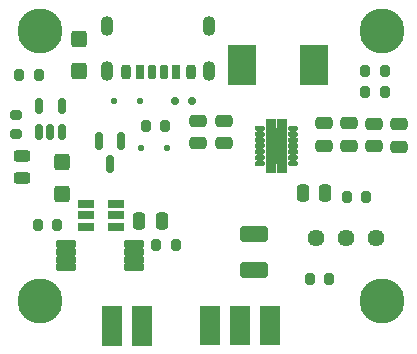
<source format=gts>
%TF.GenerationSoftware,KiCad,Pcbnew,7.0.9*%
%TF.CreationDate,2023-11-18T02:34:40+02:00*%
%TF.ProjectId,BMS_Buck-Boost,424d535f-4275-4636-9b2d-426f6f73742e,rev?*%
%TF.SameCoordinates,Original*%
%TF.FileFunction,Soldermask,Top*%
%TF.FilePolarity,Negative*%
%FSLAX46Y46*%
G04 Gerber Fmt 4.6, Leading zero omitted, Abs format (unit mm)*
G04 Created by KiCad (PCBNEW 7.0.9) date 2023-11-18 02:34:40*
%MOMM*%
%LPD*%
G01*
G04 APERTURE LIST*
G04 Aperture macros list*
%AMRoundRect*
0 Rectangle with rounded corners*
0 $1 Rounding radius*
0 $2 $3 $4 $5 $6 $7 $8 $9 X,Y pos of 4 corners*
0 Add a 4 corners polygon primitive as box body*
4,1,4,$2,$3,$4,$5,$6,$7,$8,$9,$2,$3,0*
0 Add four circle primitives for the rounded corners*
1,1,$1+$1,$2,$3*
1,1,$1+$1,$4,$5*
1,1,$1+$1,$6,$7*
1,1,$1+$1,$8,$9*
0 Add four rect primitives between the rounded corners*
20,1,$1+$1,$2,$3,$4,$5,0*
20,1,$1+$1,$4,$5,$6,$7,0*
20,1,$1+$1,$6,$7,$8,$9,0*
20,1,$1+$1,$8,$9,$2,$3,0*%
G04 Aperture macros list end*
%ADD10C,0.010000*%
%ADD11RoundRect,0.200000X-0.200000X-0.275000X0.200000X-0.275000X0.200000X0.275000X-0.200000X0.275000X0*%
%ADD12RoundRect,0.200000X0.200000X0.275000X-0.200000X0.275000X-0.200000X-0.275000X0.200000X-0.275000X0*%
%ADD13RoundRect,0.250000X-0.250000X-0.475000X0.250000X-0.475000X0.250000X0.475000X-0.250000X0.475000X0*%
%ADD14RoundRect,0.122000X0.760000X0.180000X-0.760000X0.180000X-0.760000X-0.180000X0.760000X-0.180000X0*%
%ADD15RoundRect,0.243750X-0.456250X0.243750X-0.456250X-0.243750X0.456250X-0.243750X0.456250X0.243750X0*%
%ADD16RoundRect,0.250000X0.925000X-0.412500X0.925000X0.412500X-0.925000X0.412500X-0.925000X-0.412500X0*%
%ADD17RoundRect,0.250000X0.425000X-0.450000X0.425000X0.450000X-0.425000X0.450000X-0.425000X-0.450000X0*%
%ADD18RoundRect,0.175000X0.175000X0.425000X-0.175000X0.425000X-0.175000X-0.425000X0.175000X-0.425000X0*%
%ADD19RoundRect,0.190000X-0.190000X-0.410000X0.190000X-0.410000X0.190000X0.410000X-0.190000X0.410000X0*%
%ADD20RoundRect,0.200000X-0.200000X-0.400000X0.200000X-0.400000X0.200000X0.400000X-0.200000X0.400000X0*%
%ADD21RoundRect,0.175000X-0.175000X-0.425000X0.175000X-0.425000X0.175000X0.425000X-0.175000X0.425000X0*%
%ADD22RoundRect,0.190000X0.190000X0.410000X-0.190000X0.410000X-0.190000X-0.410000X0.190000X-0.410000X0*%
%ADD23RoundRect,0.200000X0.200000X0.400000X-0.200000X0.400000X-0.200000X-0.400000X0.200000X-0.400000X0*%
%ADD24O,1.100000X1.700000*%
%ADD25RoundRect,0.250000X0.475000X-0.250000X0.475000X0.250000X-0.475000X0.250000X-0.475000X-0.250000X0*%
%ADD26C,1.440000*%
%ADD27C,3.800000*%
%ADD28R,1.700000X1.700000*%
%ADD29RoundRect,0.150000X0.150000X-0.512500X0.150000X0.512500X-0.150000X0.512500X-0.150000X-0.512500X0*%
%ADD30RoundRect,0.125000X-0.125000X-0.125000X0.125000X-0.125000X0.125000X0.125000X-0.125000X0.125000X0*%
%ADD31RoundRect,0.250000X-0.425000X0.450000X-0.425000X-0.450000X0.425000X-0.450000X0.425000X0.450000X0*%
%ADD32RoundRect,0.200000X-0.275000X0.200000X-0.275000X-0.200000X0.275000X-0.200000X0.275000X0.200000X0*%
%ADD33RoundRect,0.150000X-0.150000X0.587500X-0.150000X-0.587500X0.150000X-0.587500X0.150000X0.587500X0*%
%ADD34R,2.350000X3.500000*%
%ADD35C,0.504000*%
%ADD36RoundRect,0.102000X-0.600000X0.275000X-0.600000X-0.275000X0.600000X-0.275000X0.600000X0.275000X0*%
%ADD37RoundRect,0.150000X-0.150000X-0.200000X0.150000X-0.200000X0.150000X0.200000X-0.150000X0.200000X0*%
%ADD38RoundRect,0.250000X0.250000X0.475000X-0.250000X0.475000X-0.250000X-0.475000X0.250000X-0.475000X0*%
%ADD39RoundRect,0.125000X0.125000X0.125000X-0.125000X0.125000X-0.125000X-0.125000X0.125000X-0.125000X0*%
G04 APERTURE END LIST*
%TO.C,U3*%
D10*
X173900000Y-89985000D02*
X174020000Y-89985000D01*
X174020000Y-89210000D01*
X174360000Y-89210000D01*
X174360000Y-89985000D01*
X174480000Y-89985000D01*
X174480000Y-89210000D01*
X174820000Y-89210000D01*
X174820000Y-89985000D01*
X174940000Y-89985000D01*
X174940000Y-89210000D01*
X175280000Y-89210000D01*
X175280000Y-93750000D01*
X174940000Y-93750000D01*
X174940000Y-92975000D01*
X174820000Y-92975000D01*
X174820000Y-93750000D01*
X174480000Y-93750000D01*
X174480000Y-92975000D01*
X174360000Y-92975000D01*
X174360000Y-93750000D01*
X174020000Y-93750000D01*
X174020000Y-92975000D01*
X173900000Y-92975000D01*
X173900000Y-93750000D01*
X173560000Y-93750000D01*
X173560000Y-89210000D01*
X173900000Y-89210000D01*
X173900000Y-89985000D01*
G36*
X173900000Y-89985000D02*
G01*
X174020000Y-89985000D01*
X174020000Y-89210000D01*
X174360000Y-89210000D01*
X174360000Y-89985000D01*
X174480000Y-89985000D01*
X174480000Y-89210000D01*
X174820000Y-89210000D01*
X174820000Y-89985000D01*
X174940000Y-89985000D01*
X174940000Y-89210000D01*
X175280000Y-89210000D01*
X175280000Y-93750000D01*
X174940000Y-93750000D01*
X174940000Y-92975000D01*
X174820000Y-92975000D01*
X174820000Y-93750000D01*
X174480000Y-93750000D01*
X174480000Y-92975000D01*
X174360000Y-92975000D01*
X174360000Y-93750000D01*
X174020000Y-93750000D01*
X174020000Y-92975000D01*
X173900000Y-92975000D01*
X173900000Y-93750000D01*
X173560000Y-93750000D01*
X173560000Y-89210000D01*
X173900000Y-89210000D01*
X173900000Y-89985000D01*
G37*
X176020000Y-92791000D02*
X176030000Y-92792000D01*
X176040000Y-92794000D01*
X176049000Y-92796000D01*
X176059000Y-92799000D01*
X176068000Y-92803000D01*
X176077000Y-92806000D01*
X176086000Y-92811000D01*
X176095000Y-92815000D01*
X176103000Y-92821000D01*
X176112000Y-92826000D01*
X176120000Y-92832000D01*
X176127000Y-92839000D01*
X176134000Y-92846000D01*
X176141000Y-92853000D01*
X176148000Y-92860000D01*
X176154000Y-92868000D01*
X176159000Y-92877000D01*
X176165000Y-92885000D01*
X176169000Y-92894000D01*
X176174000Y-92903000D01*
X176177000Y-92912000D01*
X176181000Y-92921000D01*
X176184000Y-92931000D01*
X176186000Y-92940000D01*
X176188000Y-92950000D01*
X176189000Y-92960000D01*
X176190000Y-92970000D01*
X176190000Y-92980000D01*
X176190000Y-92990000D01*
X176189000Y-93000000D01*
X176188000Y-93010000D01*
X176186000Y-93020000D01*
X176184000Y-93029000D01*
X176181000Y-93039000D01*
X176177000Y-93048000D01*
X176174000Y-93057000D01*
X176169000Y-93066000D01*
X176165000Y-93075000D01*
X176159000Y-93083000D01*
X176154000Y-93092000D01*
X176148000Y-93100000D01*
X176141000Y-93107000D01*
X176134000Y-93114000D01*
X176127000Y-93121000D01*
X176120000Y-93128000D01*
X176112000Y-93134000D01*
X176103000Y-93139000D01*
X176095000Y-93145000D01*
X176086000Y-93149000D01*
X176077000Y-93154000D01*
X176068000Y-93157000D01*
X176059000Y-93161000D01*
X176049000Y-93164000D01*
X176040000Y-93166000D01*
X176030000Y-93168000D01*
X176020000Y-93169000D01*
X176010000Y-93170000D01*
X176000000Y-93170000D01*
X175640000Y-93170000D01*
X175630000Y-93170000D01*
X175620000Y-93169000D01*
X175610000Y-93168000D01*
X175600000Y-93166000D01*
X175591000Y-93164000D01*
X175581000Y-93161000D01*
X175572000Y-93157000D01*
X175563000Y-93154000D01*
X175554000Y-93149000D01*
X175545000Y-93145000D01*
X175537000Y-93139000D01*
X175528000Y-93134000D01*
X175520000Y-93128000D01*
X175513000Y-93121000D01*
X175506000Y-93114000D01*
X175499000Y-93107000D01*
X175492000Y-93100000D01*
X175486000Y-93092000D01*
X175481000Y-93083000D01*
X175475000Y-93075000D01*
X175471000Y-93066000D01*
X175466000Y-93057000D01*
X175463000Y-93048000D01*
X175459000Y-93039000D01*
X175456000Y-93029000D01*
X175454000Y-93020000D01*
X175452000Y-93010000D01*
X175451000Y-93000000D01*
X175450000Y-92990000D01*
X175450000Y-92980000D01*
X175450000Y-92970000D01*
X175451000Y-92960000D01*
X175452000Y-92950000D01*
X175454000Y-92940000D01*
X175456000Y-92931000D01*
X175459000Y-92921000D01*
X175463000Y-92912000D01*
X175466000Y-92903000D01*
X175471000Y-92894000D01*
X175475000Y-92885000D01*
X175481000Y-92877000D01*
X175486000Y-92868000D01*
X175492000Y-92860000D01*
X175499000Y-92853000D01*
X175506000Y-92846000D01*
X175513000Y-92839000D01*
X175520000Y-92832000D01*
X175528000Y-92826000D01*
X175537000Y-92821000D01*
X175545000Y-92815000D01*
X175554000Y-92811000D01*
X175563000Y-92806000D01*
X175572000Y-92803000D01*
X175581000Y-92799000D01*
X175591000Y-92796000D01*
X175600000Y-92794000D01*
X175610000Y-92792000D01*
X175620000Y-92791000D01*
X175630000Y-92790000D01*
X175640000Y-92790000D01*
X176000000Y-92790000D01*
X176010000Y-92790000D01*
X176020000Y-92791000D01*
G36*
X176020000Y-92791000D02*
G01*
X176030000Y-92792000D01*
X176040000Y-92794000D01*
X176049000Y-92796000D01*
X176059000Y-92799000D01*
X176068000Y-92803000D01*
X176077000Y-92806000D01*
X176086000Y-92811000D01*
X176095000Y-92815000D01*
X176103000Y-92821000D01*
X176112000Y-92826000D01*
X176120000Y-92832000D01*
X176127000Y-92839000D01*
X176134000Y-92846000D01*
X176141000Y-92853000D01*
X176148000Y-92860000D01*
X176154000Y-92868000D01*
X176159000Y-92877000D01*
X176165000Y-92885000D01*
X176169000Y-92894000D01*
X176174000Y-92903000D01*
X176177000Y-92912000D01*
X176181000Y-92921000D01*
X176184000Y-92931000D01*
X176186000Y-92940000D01*
X176188000Y-92950000D01*
X176189000Y-92960000D01*
X176190000Y-92970000D01*
X176190000Y-92980000D01*
X176190000Y-92990000D01*
X176189000Y-93000000D01*
X176188000Y-93010000D01*
X176186000Y-93020000D01*
X176184000Y-93029000D01*
X176181000Y-93039000D01*
X176177000Y-93048000D01*
X176174000Y-93057000D01*
X176169000Y-93066000D01*
X176165000Y-93075000D01*
X176159000Y-93083000D01*
X176154000Y-93092000D01*
X176148000Y-93100000D01*
X176141000Y-93107000D01*
X176134000Y-93114000D01*
X176127000Y-93121000D01*
X176120000Y-93128000D01*
X176112000Y-93134000D01*
X176103000Y-93139000D01*
X176095000Y-93145000D01*
X176086000Y-93149000D01*
X176077000Y-93154000D01*
X176068000Y-93157000D01*
X176059000Y-93161000D01*
X176049000Y-93164000D01*
X176040000Y-93166000D01*
X176030000Y-93168000D01*
X176020000Y-93169000D01*
X176010000Y-93170000D01*
X176000000Y-93170000D01*
X175640000Y-93170000D01*
X175630000Y-93170000D01*
X175620000Y-93169000D01*
X175610000Y-93168000D01*
X175600000Y-93166000D01*
X175591000Y-93164000D01*
X175581000Y-93161000D01*
X175572000Y-93157000D01*
X175563000Y-93154000D01*
X175554000Y-93149000D01*
X175545000Y-93145000D01*
X175537000Y-93139000D01*
X175528000Y-93134000D01*
X175520000Y-93128000D01*
X175513000Y-93121000D01*
X175506000Y-93114000D01*
X175499000Y-93107000D01*
X175492000Y-93100000D01*
X175486000Y-93092000D01*
X175481000Y-93083000D01*
X175475000Y-93075000D01*
X175471000Y-93066000D01*
X175466000Y-93057000D01*
X175463000Y-93048000D01*
X175459000Y-93039000D01*
X175456000Y-93029000D01*
X175454000Y-93020000D01*
X175452000Y-93010000D01*
X175451000Y-93000000D01*
X175450000Y-92990000D01*
X175450000Y-92980000D01*
X175450000Y-92970000D01*
X175451000Y-92960000D01*
X175452000Y-92950000D01*
X175454000Y-92940000D01*
X175456000Y-92931000D01*
X175459000Y-92921000D01*
X175463000Y-92912000D01*
X175466000Y-92903000D01*
X175471000Y-92894000D01*
X175475000Y-92885000D01*
X175481000Y-92877000D01*
X175486000Y-92868000D01*
X175492000Y-92860000D01*
X175499000Y-92853000D01*
X175506000Y-92846000D01*
X175513000Y-92839000D01*
X175520000Y-92832000D01*
X175528000Y-92826000D01*
X175537000Y-92821000D01*
X175545000Y-92815000D01*
X175554000Y-92811000D01*
X175563000Y-92806000D01*
X175572000Y-92803000D01*
X175581000Y-92799000D01*
X175591000Y-92796000D01*
X175600000Y-92794000D01*
X175610000Y-92792000D01*
X175620000Y-92791000D01*
X175630000Y-92790000D01*
X175640000Y-92790000D01*
X176000000Y-92790000D01*
X176010000Y-92790000D01*
X176020000Y-92791000D01*
G37*
X176020000Y-92291000D02*
X176030000Y-92292000D01*
X176040000Y-92294000D01*
X176049000Y-92296000D01*
X176059000Y-92299000D01*
X176068000Y-92303000D01*
X176077000Y-92306000D01*
X176086000Y-92311000D01*
X176095000Y-92315000D01*
X176103000Y-92321000D01*
X176112000Y-92326000D01*
X176120000Y-92332000D01*
X176127000Y-92339000D01*
X176134000Y-92346000D01*
X176141000Y-92353000D01*
X176148000Y-92360000D01*
X176154000Y-92368000D01*
X176159000Y-92377000D01*
X176165000Y-92385000D01*
X176169000Y-92394000D01*
X176174000Y-92403000D01*
X176177000Y-92412000D01*
X176181000Y-92421000D01*
X176184000Y-92431000D01*
X176186000Y-92440000D01*
X176188000Y-92450000D01*
X176189000Y-92460000D01*
X176190000Y-92470000D01*
X176190000Y-92480000D01*
X176190000Y-92490000D01*
X176189000Y-92500000D01*
X176188000Y-92510000D01*
X176186000Y-92520000D01*
X176184000Y-92529000D01*
X176181000Y-92539000D01*
X176177000Y-92548000D01*
X176174000Y-92557000D01*
X176169000Y-92566000D01*
X176165000Y-92575000D01*
X176159000Y-92583000D01*
X176154000Y-92592000D01*
X176148000Y-92600000D01*
X176141000Y-92607000D01*
X176134000Y-92614000D01*
X176127000Y-92621000D01*
X176120000Y-92628000D01*
X176112000Y-92634000D01*
X176103000Y-92639000D01*
X176095000Y-92645000D01*
X176086000Y-92649000D01*
X176077000Y-92654000D01*
X176068000Y-92657000D01*
X176059000Y-92661000D01*
X176049000Y-92664000D01*
X176040000Y-92666000D01*
X176030000Y-92668000D01*
X176020000Y-92669000D01*
X176010000Y-92670000D01*
X176000000Y-92670000D01*
X175640000Y-92670000D01*
X175630000Y-92670000D01*
X175620000Y-92669000D01*
X175610000Y-92668000D01*
X175600000Y-92666000D01*
X175591000Y-92664000D01*
X175581000Y-92661000D01*
X175572000Y-92657000D01*
X175563000Y-92654000D01*
X175554000Y-92649000D01*
X175545000Y-92645000D01*
X175537000Y-92639000D01*
X175528000Y-92634000D01*
X175520000Y-92628000D01*
X175513000Y-92621000D01*
X175506000Y-92614000D01*
X175499000Y-92607000D01*
X175492000Y-92600000D01*
X175486000Y-92592000D01*
X175481000Y-92583000D01*
X175475000Y-92575000D01*
X175471000Y-92566000D01*
X175466000Y-92557000D01*
X175463000Y-92548000D01*
X175459000Y-92539000D01*
X175456000Y-92529000D01*
X175454000Y-92520000D01*
X175452000Y-92510000D01*
X175451000Y-92500000D01*
X175450000Y-92490000D01*
X175450000Y-92480000D01*
X175450000Y-92470000D01*
X175451000Y-92460000D01*
X175452000Y-92450000D01*
X175454000Y-92440000D01*
X175456000Y-92431000D01*
X175459000Y-92421000D01*
X175463000Y-92412000D01*
X175466000Y-92403000D01*
X175471000Y-92394000D01*
X175475000Y-92385000D01*
X175481000Y-92377000D01*
X175486000Y-92368000D01*
X175492000Y-92360000D01*
X175499000Y-92353000D01*
X175506000Y-92346000D01*
X175513000Y-92339000D01*
X175520000Y-92332000D01*
X175528000Y-92326000D01*
X175537000Y-92321000D01*
X175545000Y-92315000D01*
X175554000Y-92311000D01*
X175563000Y-92306000D01*
X175572000Y-92303000D01*
X175581000Y-92299000D01*
X175591000Y-92296000D01*
X175600000Y-92294000D01*
X175610000Y-92292000D01*
X175620000Y-92291000D01*
X175630000Y-92290000D01*
X175640000Y-92290000D01*
X176000000Y-92290000D01*
X176010000Y-92290000D01*
X176020000Y-92291000D01*
G36*
X176020000Y-92291000D02*
G01*
X176030000Y-92292000D01*
X176040000Y-92294000D01*
X176049000Y-92296000D01*
X176059000Y-92299000D01*
X176068000Y-92303000D01*
X176077000Y-92306000D01*
X176086000Y-92311000D01*
X176095000Y-92315000D01*
X176103000Y-92321000D01*
X176112000Y-92326000D01*
X176120000Y-92332000D01*
X176127000Y-92339000D01*
X176134000Y-92346000D01*
X176141000Y-92353000D01*
X176148000Y-92360000D01*
X176154000Y-92368000D01*
X176159000Y-92377000D01*
X176165000Y-92385000D01*
X176169000Y-92394000D01*
X176174000Y-92403000D01*
X176177000Y-92412000D01*
X176181000Y-92421000D01*
X176184000Y-92431000D01*
X176186000Y-92440000D01*
X176188000Y-92450000D01*
X176189000Y-92460000D01*
X176190000Y-92470000D01*
X176190000Y-92480000D01*
X176190000Y-92490000D01*
X176189000Y-92500000D01*
X176188000Y-92510000D01*
X176186000Y-92520000D01*
X176184000Y-92529000D01*
X176181000Y-92539000D01*
X176177000Y-92548000D01*
X176174000Y-92557000D01*
X176169000Y-92566000D01*
X176165000Y-92575000D01*
X176159000Y-92583000D01*
X176154000Y-92592000D01*
X176148000Y-92600000D01*
X176141000Y-92607000D01*
X176134000Y-92614000D01*
X176127000Y-92621000D01*
X176120000Y-92628000D01*
X176112000Y-92634000D01*
X176103000Y-92639000D01*
X176095000Y-92645000D01*
X176086000Y-92649000D01*
X176077000Y-92654000D01*
X176068000Y-92657000D01*
X176059000Y-92661000D01*
X176049000Y-92664000D01*
X176040000Y-92666000D01*
X176030000Y-92668000D01*
X176020000Y-92669000D01*
X176010000Y-92670000D01*
X176000000Y-92670000D01*
X175640000Y-92670000D01*
X175630000Y-92670000D01*
X175620000Y-92669000D01*
X175610000Y-92668000D01*
X175600000Y-92666000D01*
X175591000Y-92664000D01*
X175581000Y-92661000D01*
X175572000Y-92657000D01*
X175563000Y-92654000D01*
X175554000Y-92649000D01*
X175545000Y-92645000D01*
X175537000Y-92639000D01*
X175528000Y-92634000D01*
X175520000Y-92628000D01*
X175513000Y-92621000D01*
X175506000Y-92614000D01*
X175499000Y-92607000D01*
X175492000Y-92600000D01*
X175486000Y-92592000D01*
X175481000Y-92583000D01*
X175475000Y-92575000D01*
X175471000Y-92566000D01*
X175466000Y-92557000D01*
X175463000Y-92548000D01*
X175459000Y-92539000D01*
X175456000Y-92529000D01*
X175454000Y-92520000D01*
X175452000Y-92510000D01*
X175451000Y-92500000D01*
X175450000Y-92490000D01*
X175450000Y-92480000D01*
X175450000Y-92470000D01*
X175451000Y-92460000D01*
X175452000Y-92450000D01*
X175454000Y-92440000D01*
X175456000Y-92431000D01*
X175459000Y-92421000D01*
X175463000Y-92412000D01*
X175466000Y-92403000D01*
X175471000Y-92394000D01*
X175475000Y-92385000D01*
X175481000Y-92377000D01*
X175486000Y-92368000D01*
X175492000Y-92360000D01*
X175499000Y-92353000D01*
X175506000Y-92346000D01*
X175513000Y-92339000D01*
X175520000Y-92332000D01*
X175528000Y-92326000D01*
X175537000Y-92321000D01*
X175545000Y-92315000D01*
X175554000Y-92311000D01*
X175563000Y-92306000D01*
X175572000Y-92303000D01*
X175581000Y-92299000D01*
X175591000Y-92296000D01*
X175600000Y-92294000D01*
X175610000Y-92292000D01*
X175620000Y-92291000D01*
X175630000Y-92290000D01*
X175640000Y-92290000D01*
X176000000Y-92290000D01*
X176010000Y-92290000D01*
X176020000Y-92291000D01*
G37*
X176020000Y-91791000D02*
X176030000Y-91792000D01*
X176040000Y-91794000D01*
X176049000Y-91796000D01*
X176059000Y-91799000D01*
X176068000Y-91803000D01*
X176077000Y-91806000D01*
X176086000Y-91811000D01*
X176095000Y-91815000D01*
X176103000Y-91821000D01*
X176112000Y-91826000D01*
X176120000Y-91832000D01*
X176127000Y-91839000D01*
X176134000Y-91846000D01*
X176141000Y-91853000D01*
X176148000Y-91860000D01*
X176154000Y-91868000D01*
X176159000Y-91877000D01*
X176165000Y-91885000D01*
X176169000Y-91894000D01*
X176174000Y-91903000D01*
X176177000Y-91912000D01*
X176181000Y-91921000D01*
X176184000Y-91931000D01*
X176186000Y-91940000D01*
X176188000Y-91950000D01*
X176189000Y-91960000D01*
X176190000Y-91970000D01*
X176190000Y-91980000D01*
X176190000Y-91990000D01*
X176189000Y-92000000D01*
X176188000Y-92010000D01*
X176186000Y-92020000D01*
X176184000Y-92029000D01*
X176181000Y-92039000D01*
X176177000Y-92048000D01*
X176174000Y-92057000D01*
X176169000Y-92066000D01*
X176165000Y-92075000D01*
X176159000Y-92083000D01*
X176154000Y-92092000D01*
X176148000Y-92100000D01*
X176141000Y-92107000D01*
X176134000Y-92114000D01*
X176127000Y-92121000D01*
X176120000Y-92128000D01*
X176112000Y-92134000D01*
X176103000Y-92139000D01*
X176095000Y-92145000D01*
X176086000Y-92149000D01*
X176077000Y-92154000D01*
X176068000Y-92157000D01*
X176059000Y-92161000D01*
X176049000Y-92164000D01*
X176040000Y-92166000D01*
X176030000Y-92168000D01*
X176020000Y-92169000D01*
X176010000Y-92170000D01*
X176000000Y-92170000D01*
X175640000Y-92170000D01*
X175630000Y-92170000D01*
X175620000Y-92169000D01*
X175610000Y-92168000D01*
X175600000Y-92166000D01*
X175591000Y-92164000D01*
X175581000Y-92161000D01*
X175572000Y-92157000D01*
X175563000Y-92154000D01*
X175554000Y-92149000D01*
X175545000Y-92145000D01*
X175537000Y-92139000D01*
X175528000Y-92134000D01*
X175520000Y-92128000D01*
X175513000Y-92121000D01*
X175506000Y-92114000D01*
X175499000Y-92107000D01*
X175492000Y-92100000D01*
X175486000Y-92092000D01*
X175481000Y-92083000D01*
X175475000Y-92075000D01*
X175471000Y-92066000D01*
X175466000Y-92057000D01*
X175463000Y-92048000D01*
X175459000Y-92039000D01*
X175456000Y-92029000D01*
X175454000Y-92020000D01*
X175452000Y-92010000D01*
X175451000Y-92000000D01*
X175450000Y-91990000D01*
X175450000Y-91980000D01*
X175450000Y-91970000D01*
X175451000Y-91960000D01*
X175452000Y-91950000D01*
X175454000Y-91940000D01*
X175456000Y-91931000D01*
X175459000Y-91921000D01*
X175463000Y-91912000D01*
X175466000Y-91903000D01*
X175471000Y-91894000D01*
X175475000Y-91885000D01*
X175481000Y-91877000D01*
X175486000Y-91868000D01*
X175492000Y-91860000D01*
X175499000Y-91853000D01*
X175506000Y-91846000D01*
X175513000Y-91839000D01*
X175520000Y-91832000D01*
X175528000Y-91826000D01*
X175537000Y-91821000D01*
X175545000Y-91815000D01*
X175554000Y-91811000D01*
X175563000Y-91806000D01*
X175572000Y-91803000D01*
X175581000Y-91799000D01*
X175591000Y-91796000D01*
X175600000Y-91794000D01*
X175610000Y-91792000D01*
X175620000Y-91791000D01*
X175630000Y-91790000D01*
X175640000Y-91790000D01*
X176000000Y-91790000D01*
X176010000Y-91790000D01*
X176020000Y-91791000D01*
G36*
X176020000Y-91791000D02*
G01*
X176030000Y-91792000D01*
X176040000Y-91794000D01*
X176049000Y-91796000D01*
X176059000Y-91799000D01*
X176068000Y-91803000D01*
X176077000Y-91806000D01*
X176086000Y-91811000D01*
X176095000Y-91815000D01*
X176103000Y-91821000D01*
X176112000Y-91826000D01*
X176120000Y-91832000D01*
X176127000Y-91839000D01*
X176134000Y-91846000D01*
X176141000Y-91853000D01*
X176148000Y-91860000D01*
X176154000Y-91868000D01*
X176159000Y-91877000D01*
X176165000Y-91885000D01*
X176169000Y-91894000D01*
X176174000Y-91903000D01*
X176177000Y-91912000D01*
X176181000Y-91921000D01*
X176184000Y-91931000D01*
X176186000Y-91940000D01*
X176188000Y-91950000D01*
X176189000Y-91960000D01*
X176190000Y-91970000D01*
X176190000Y-91980000D01*
X176190000Y-91990000D01*
X176189000Y-92000000D01*
X176188000Y-92010000D01*
X176186000Y-92020000D01*
X176184000Y-92029000D01*
X176181000Y-92039000D01*
X176177000Y-92048000D01*
X176174000Y-92057000D01*
X176169000Y-92066000D01*
X176165000Y-92075000D01*
X176159000Y-92083000D01*
X176154000Y-92092000D01*
X176148000Y-92100000D01*
X176141000Y-92107000D01*
X176134000Y-92114000D01*
X176127000Y-92121000D01*
X176120000Y-92128000D01*
X176112000Y-92134000D01*
X176103000Y-92139000D01*
X176095000Y-92145000D01*
X176086000Y-92149000D01*
X176077000Y-92154000D01*
X176068000Y-92157000D01*
X176059000Y-92161000D01*
X176049000Y-92164000D01*
X176040000Y-92166000D01*
X176030000Y-92168000D01*
X176020000Y-92169000D01*
X176010000Y-92170000D01*
X176000000Y-92170000D01*
X175640000Y-92170000D01*
X175630000Y-92170000D01*
X175620000Y-92169000D01*
X175610000Y-92168000D01*
X175600000Y-92166000D01*
X175591000Y-92164000D01*
X175581000Y-92161000D01*
X175572000Y-92157000D01*
X175563000Y-92154000D01*
X175554000Y-92149000D01*
X175545000Y-92145000D01*
X175537000Y-92139000D01*
X175528000Y-92134000D01*
X175520000Y-92128000D01*
X175513000Y-92121000D01*
X175506000Y-92114000D01*
X175499000Y-92107000D01*
X175492000Y-92100000D01*
X175486000Y-92092000D01*
X175481000Y-92083000D01*
X175475000Y-92075000D01*
X175471000Y-92066000D01*
X175466000Y-92057000D01*
X175463000Y-92048000D01*
X175459000Y-92039000D01*
X175456000Y-92029000D01*
X175454000Y-92020000D01*
X175452000Y-92010000D01*
X175451000Y-92000000D01*
X175450000Y-91990000D01*
X175450000Y-91980000D01*
X175450000Y-91970000D01*
X175451000Y-91960000D01*
X175452000Y-91950000D01*
X175454000Y-91940000D01*
X175456000Y-91931000D01*
X175459000Y-91921000D01*
X175463000Y-91912000D01*
X175466000Y-91903000D01*
X175471000Y-91894000D01*
X175475000Y-91885000D01*
X175481000Y-91877000D01*
X175486000Y-91868000D01*
X175492000Y-91860000D01*
X175499000Y-91853000D01*
X175506000Y-91846000D01*
X175513000Y-91839000D01*
X175520000Y-91832000D01*
X175528000Y-91826000D01*
X175537000Y-91821000D01*
X175545000Y-91815000D01*
X175554000Y-91811000D01*
X175563000Y-91806000D01*
X175572000Y-91803000D01*
X175581000Y-91799000D01*
X175591000Y-91796000D01*
X175600000Y-91794000D01*
X175610000Y-91792000D01*
X175620000Y-91791000D01*
X175630000Y-91790000D01*
X175640000Y-91790000D01*
X176000000Y-91790000D01*
X176010000Y-91790000D01*
X176020000Y-91791000D01*
G37*
X176020000Y-91291000D02*
X176030000Y-91292000D01*
X176040000Y-91294000D01*
X176049000Y-91296000D01*
X176059000Y-91299000D01*
X176068000Y-91303000D01*
X176077000Y-91306000D01*
X176086000Y-91311000D01*
X176095000Y-91315000D01*
X176103000Y-91321000D01*
X176112000Y-91326000D01*
X176120000Y-91332000D01*
X176127000Y-91339000D01*
X176134000Y-91346000D01*
X176141000Y-91353000D01*
X176148000Y-91360000D01*
X176154000Y-91368000D01*
X176159000Y-91377000D01*
X176165000Y-91385000D01*
X176169000Y-91394000D01*
X176174000Y-91403000D01*
X176177000Y-91412000D01*
X176181000Y-91421000D01*
X176184000Y-91431000D01*
X176186000Y-91440000D01*
X176188000Y-91450000D01*
X176189000Y-91460000D01*
X176190000Y-91470000D01*
X176190000Y-91480000D01*
X176190000Y-91490000D01*
X176189000Y-91500000D01*
X176188000Y-91510000D01*
X176186000Y-91520000D01*
X176184000Y-91529000D01*
X176181000Y-91539000D01*
X176177000Y-91548000D01*
X176174000Y-91557000D01*
X176169000Y-91566000D01*
X176165000Y-91575000D01*
X176159000Y-91583000D01*
X176154000Y-91592000D01*
X176148000Y-91600000D01*
X176141000Y-91607000D01*
X176134000Y-91614000D01*
X176127000Y-91621000D01*
X176120000Y-91628000D01*
X176112000Y-91634000D01*
X176103000Y-91639000D01*
X176095000Y-91645000D01*
X176086000Y-91649000D01*
X176077000Y-91654000D01*
X176068000Y-91657000D01*
X176059000Y-91661000D01*
X176049000Y-91664000D01*
X176040000Y-91666000D01*
X176030000Y-91668000D01*
X176020000Y-91669000D01*
X176010000Y-91670000D01*
X176000000Y-91670000D01*
X175640000Y-91670000D01*
X175630000Y-91670000D01*
X175620000Y-91669000D01*
X175610000Y-91668000D01*
X175600000Y-91666000D01*
X175591000Y-91664000D01*
X175581000Y-91661000D01*
X175572000Y-91657000D01*
X175563000Y-91654000D01*
X175554000Y-91649000D01*
X175545000Y-91645000D01*
X175537000Y-91639000D01*
X175528000Y-91634000D01*
X175520000Y-91628000D01*
X175513000Y-91621000D01*
X175506000Y-91614000D01*
X175499000Y-91607000D01*
X175492000Y-91600000D01*
X175486000Y-91592000D01*
X175481000Y-91583000D01*
X175475000Y-91575000D01*
X175471000Y-91566000D01*
X175466000Y-91557000D01*
X175463000Y-91548000D01*
X175459000Y-91539000D01*
X175456000Y-91529000D01*
X175454000Y-91520000D01*
X175452000Y-91510000D01*
X175451000Y-91500000D01*
X175450000Y-91490000D01*
X175450000Y-91480000D01*
X175450000Y-91470000D01*
X175451000Y-91460000D01*
X175452000Y-91450000D01*
X175454000Y-91440000D01*
X175456000Y-91431000D01*
X175459000Y-91421000D01*
X175463000Y-91412000D01*
X175466000Y-91403000D01*
X175471000Y-91394000D01*
X175475000Y-91385000D01*
X175481000Y-91377000D01*
X175486000Y-91368000D01*
X175492000Y-91360000D01*
X175499000Y-91353000D01*
X175506000Y-91346000D01*
X175513000Y-91339000D01*
X175520000Y-91332000D01*
X175528000Y-91326000D01*
X175537000Y-91321000D01*
X175545000Y-91315000D01*
X175554000Y-91311000D01*
X175563000Y-91306000D01*
X175572000Y-91303000D01*
X175581000Y-91299000D01*
X175591000Y-91296000D01*
X175600000Y-91294000D01*
X175610000Y-91292000D01*
X175620000Y-91291000D01*
X175630000Y-91290000D01*
X175640000Y-91290000D01*
X176000000Y-91290000D01*
X176010000Y-91290000D01*
X176020000Y-91291000D01*
G36*
X176020000Y-91291000D02*
G01*
X176030000Y-91292000D01*
X176040000Y-91294000D01*
X176049000Y-91296000D01*
X176059000Y-91299000D01*
X176068000Y-91303000D01*
X176077000Y-91306000D01*
X176086000Y-91311000D01*
X176095000Y-91315000D01*
X176103000Y-91321000D01*
X176112000Y-91326000D01*
X176120000Y-91332000D01*
X176127000Y-91339000D01*
X176134000Y-91346000D01*
X176141000Y-91353000D01*
X176148000Y-91360000D01*
X176154000Y-91368000D01*
X176159000Y-91377000D01*
X176165000Y-91385000D01*
X176169000Y-91394000D01*
X176174000Y-91403000D01*
X176177000Y-91412000D01*
X176181000Y-91421000D01*
X176184000Y-91431000D01*
X176186000Y-91440000D01*
X176188000Y-91450000D01*
X176189000Y-91460000D01*
X176190000Y-91470000D01*
X176190000Y-91480000D01*
X176190000Y-91490000D01*
X176189000Y-91500000D01*
X176188000Y-91510000D01*
X176186000Y-91520000D01*
X176184000Y-91529000D01*
X176181000Y-91539000D01*
X176177000Y-91548000D01*
X176174000Y-91557000D01*
X176169000Y-91566000D01*
X176165000Y-91575000D01*
X176159000Y-91583000D01*
X176154000Y-91592000D01*
X176148000Y-91600000D01*
X176141000Y-91607000D01*
X176134000Y-91614000D01*
X176127000Y-91621000D01*
X176120000Y-91628000D01*
X176112000Y-91634000D01*
X176103000Y-91639000D01*
X176095000Y-91645000D01*
X176086000Y-91649000D01*
X176077000Y-91654000D01*
X176068000Y-91657000D01*
X176059000Y-91661000D01*
X176049000Y-91664000D01*
X176040000Y-91666000D01*
X176030000Y-91668000D01*
X176020000Y-91669000D01*
X176010000Y-91670000D01*
X176000000Y-91670000D01*
X175640000Y-91670000D01*
X175630000Y-91670000D01*
X175620000Y-91669000D01*
X175610000Y-91668000D01*
X175600000Y-91666000D01*
X175591000Y-91664000D01*
X175581000Y-91661000D01*
X175572000Y-91657000D01*
X175563000Y-91654000D01*
X175554000Y-91649000D01*
X175545000Y-91645000D01*
X175537000Y-91639000D01*
X175528000Y-91634000D01*
X175520000Y-91628000D01*
X175513000Y-91621000D01*
X175506000Y-91614000D01*
X175499000Y-91607000D01*
X175492000Y-91600000D01*
X175486000Y-91592000D01*
X175481000Y-91583000D01*
X175475000Y-91575000D01*
X175471000Y-91566000D01*
X175466000Y-91557000D01*
X175463000Y-91548000D01*
X175459000Y-91539000D01*
X175456000Y-91529000D01*
X175454000Y-91520000D01*
X175452000Y-91510000D01*
X175451000Y-91500000D01*
X175450000Y-91490000D01*
X175450000Y-91480000D01*
X175450000Y-91470000D01*
X175451000Y-91460000D01*
X175452000Y-91450000D01*
X175454000Y-91440000D01*
X175456000Y-91431000D01*
X175459000Y-91421000D01*
X175463000Y-91412000D01*
X175466000Y-91403000D01*
X175471000Y-91394000D01*
X175475000Y-91385000D01*
X175481000Y-91377000D01*
X175486000Y-91368000D01*
X175492000Y-91360000D01*
X175499000Y-91353000D01*
X175506000Y-91346000D01*
X175513000Y-91339000D01*
X175520000Y-91332000D01*
X175528000Y-91326000D01*
X175537000Y-91321000D01*
X175545000Y-91315000D01*
X175554000Y-91311000D01*
X175563000Y-91306000D01*
X175572000Y-91303000D01*
X175581000Y-91299000D01*
X175591000Y-91296000D01*
X175600000Y-91294000D01*
X175610000Y-91292000D01*
X175620000Y-91291000D01*
X175630000Y-91290000D01*
X175640000Y-91290000D01*
X176000000Y-91290000D01*
X176010000Y-91290000D01*
X176020000Y-91291000D01*
G37*
X176020000Y-90791000D02*
X176030000Y-90792000D01*
X176040000Y-90794000D01*
X176049000Y-90796000D01*
X176059000Y-90799000D01*
X176068000Y-90803000D01*
X176077000Y-90806000D01*
X176086000Y-90811000D01*
X176095000Y-90815000D01*
X176103000Y-90821000D01*
X176112000Y-90826000D01*
X176120000Y-90832000D01*
X176127000Y-90839000D01*
X176134000Y-90846000D01*
X176141000Y-90853000D01*
X176148000Y-90860000D01*
X176154000Y-90868000D01*
X176159000Y-90877000D01*
X176165000Y-90885000D01*
X176169000Y-90894000D01*
X176174000Y-90903000D01*
X176177000Y-90912000D01*
X176181000Y-90921000D01*
X176184000Y-90931000D01*
X176186000Y-90940000D01*
X176188000Y-90950000D01*
X176189000Y-90960000D01*
X176190000Y-90970000D01*
X176190000Y-90980000D01*
X176190000Y-90990000D01*
X176189000Y-91000000D01*
X176188000Y-91010000D01*
X176186000Y-91020000D01*
X176184000Y-91029000D01*
X176181000Y-91039000D01*
X176177000Y-91048000D01*
X176174000Y-91057000D01*
X176169000Y-91066000D01*
X176165000Y-91075000D01*
X176159000Y-91083000D01*
X176154000Y-91092000D01*
X176148000Y-91100000D01*
X176141000Y-91107000D01*
X176134000Y-91114000D01*
X176127000Y-91121000D01*
X176120000Y-91128000D01*
X176112000Y-91134000D01*
X176103000Y-91139000D01*
X176095000Y-91145000D01*
X176086000Y-91149000D01*
X176077000Y-91154000D01*
X176068000Y-91157000D01*
X176059000Y-91161000D01*
X176049000Y-91164000D01*
X176040000Y-91166000D01*
X176030000Y-91168000D01*
X176020000Y-91169000D01*
X176010000Y-91170000D01*
X176000000Y-91170000D01*
X175640000Y-91170000D01*
X175630000Y-91170000D01*
X175620000Y-91169000D01*
X175610000Y-91168000D01*
X175600000Y-91166000D01*
X175591000Y-91164000D01*
X175581000Y-91161000D01*
X175572000Y-91157000D01*
X175563000Y-91154000D01*
X175554000Y-91149000D01*
X175545000Y-91145000D01*
X175537000Y-91139000D01*
X175528000Y-91134000D01*
X175520000Y-91128000D01*
X175513000Y-91121000D01*
X175506000Y-91114000D01*
X175499000Y-91107000D01*
X175492000Y-91100000D01*
X175486000Y-91092000D01*
X175481000Y-91083000D01*
X175475000Y-91075000D01*
X175471000Y-91066000D01*
X175466000Y-91057000D01*
X175463000Y-91048000D01*
X175459000Y-91039000D01*
X175456000Y-91029000D01*
X175454000Y-91020000D01*
X175452000Y-91010000D01*
X175451000Y-91000000D01*
X175450000Y-90990000D01*
X175450000Y-90980000D01*
X175450000Y-90970000D01*
X175451000Y-90960000D01*
X175452000Y-90950000D01*
X175454000Y-90940000D01*
X175456000Y-90931000D01*
X175459000Y-90921000D01*
X175463000Y-90912000D01*
X175466000Y-90903000D01*
X175471000Y-90894000D01*
X175475000Y-90885000D01*
X175481000Y-90877000D01*
X175486000Y-90868000D01*
X175492000Y-90860000D01*
X175499000Y-90853000D01*
X175506000Y-90846000D01*
X175513000Y-90839000D01*
X175520000Y-90832000D01*
X175528000Y-90826000D01*
X175537000Y-90821000D01*
X175545000Y-90815000D01*
X175554000Y-90811000D01*
X175563000Y-90806000D01*
X175572000Y-90803000D01*
X175581000Y-90799000D01*
X175591000Y-90796000D01*
X175600000Y-90794000D01*
X175610000Y-90792000D01*
X175620000Y-90791000D01*
X175630000Y-90790000D01*
X175640000Y-90790000D01*
X176000000Y-90790000D01*
X176010000Y-90790000D01*
X176020000Y-90791000D01*
G36*
X176020000Y-90791000D02*
G01*
X176030000Y-90792000D01*
X176040000Y-90794000D01*
X176049000Y-90796000D01*
X176059000Y-90799000D01*
X176068000Y-90803000D01*
X176077000Y-90806000D01*
X176086000Y-90811000D01*
X176095000Y-90815000D01*
X176103000Y-90821000D01*
X176112000Y-90826000D01*
X176120000Y-90832000D01*
X176127000Y-90839000D01*
X176134000Y-90846000D01*
X176141000Y-90853000D01*
X176148000Y-90860000D01*
X176154000Y-90868000D01*
X176159000Y-90877000D01*
X176165000Y-90885000D01*
X176169000Y-90894000D01*
X176174000Y-90903000D01*
X176177000Y-90912000D01*
X176181000Y-90921000D01*
X176184000Y-90931000D01*
X176186000Y-90940000D01*
X176188000Y-90950000D01*
X176189000Y-90960000D01*
X176190000Y-90970000D01*
X176190000Y-90980000D01*
X176190000Y-90990000D01*
X176189000Y-91000000D01*
X176188000Y-91010000D01*
X176186000Y-91020000D01*
X176184000Y-91029000D01*
X176181000Y-91039000D01*
X176177000Y-91048000D01*
X176174000Y-91057000D01*
X176169000Y-91066000D01*
X176165000Y-91075000D01*
X176159000Y-91083000D01*
X176154000Y-91092000D01*
X176148000Y-91100000D01*
X176141000Y-91107000D01*
X176134000Y-91114000D01*
X176127000Y-91121000D01*
X176120000Y-91128000D01*
X176112000Y-91134000D01*
X176103000Y-91139000D01*
X176095000Y-91145000D01*
X176086000Y-91149000D01*
X176077000Y-91154000D01*
X176068000Y-91157000D01*
X176059000Y-91161000D01*
X176049000Y-91164000D01*
X176040000Y-91166000D01*
X176030000Y-91168000D01*
X176020000Y-91169000D01*
X176010000Y-91170000D01*
X176000000Y-91170000D01*
X175640000Y-91170000D01*
X175630000Y-91170000D01*
X175620000Y-91169000D01*
X175610000Y-91168000D01*
X175600000Y-91166000D01*
X175591000Y-91164000D01*
X175581000Y-91161000D01*
X175572000Y-91157000D01*
X175563000Y-91154000D01*
X175554000Y-91149000D01*
X175545000Y-91145000D01*
X175537000Y-91139000D01*
X175528000Y-91134000D01*
X175520000Y-91128000D01*
X175513000Y-91121000D01*
X175506000Y-91114000D01*
X175499000Y-91107000D01*
X175492000Y-91100000D01*
X175486000Y-91092000D01*
X175481000Y-91083000D01*
X175475000Y-91075000D01*
X175471000Y-91066000D01*
X175466000Y-91057000D01*
X175463000Y-91048000D01*
X175459000Y-91039000D01*
X175456000Y-91029000D01*
X175454000Y-91020000D01*
X175452000Y-91010000D01*
X175451000Y-91000000D01*
X175450000Y-90990000D01*
X175450000Y-90980000D01*
X175450000Y-90970000D01*
X175451000Y-90960000D01*
X175452000Y-90950000D01*
X175454000Y-90940000D01*
X175456000Y-90931000D01*
X175459000Y-90921000D01*
X175463000Y-90912000D01*
X175466000Y-90903000D01*
X175471000Y-90894000D01*
X175475000Y-90885000D01*
X175481000Y-90877000D01*
X175486000Y-90868000D01*
X175492000Y-90860000D01*
X175499000Y-90853000D01*
X175506000Y-90846000D01*
X175513000Y-90839000D01*
X175520000Y-90832000D01*
X175528000Y-90826000D01*
X175537000Y-90821000D01*
X175545000Y-90815000D01*
X175554000Y-90811000D01*
X175563000Y-90806000D01*
X175572000Y-90803000D01*
X175581000Y-90799000D01*
X175591000Y-90796000D01*
X175600000Y-90794000D01*
X175610000Y-90792000D01*
X175620000Y-90791000D01*
X175630000Y-90790000D01*
X175640000Y-90790000D01*
X176000000Y-90790000D01*
X176010000Y-90790000D01*
X176020000Y-90791000D01*
G37*
X176020000Y-90291000D02*
X176030000Y-90292000D01*
X176040000Y-90294000D01*
X176049000Y-90296000D01*
X176059000Y-90299000D01*
X176068000Y-90303000D01*
X176077000Y-90306000D01*
X176086000Y-90311000D01*
X176095000Y-90315000D01*
X176103000Y-90321000D01*
X176112000Y-90326000D01*
X176120000Y-90332000D01*
X176127000Y-90339000D01*
X176134000Y-90346000D01*
X176141000Y-90353000D01*
X176148000Y-90360000D01*
X176154000Y-90368000D01*
X176159000Y-90377000D01*
X176165000Y-90385000D01*
X176169000Y-90394000D01*
X176174000Y-90403000D01*
X176177000Y-90412000D01*
X176181000Y-90421000D01*
X176184000Y-90431000D01*
X176186000Y-90440000D01*
X176188000Y-90450000D01*
X176189000Y-90460000D01*
X176190000Y-90470000D01*
X176190000Y-90480000D01*
X176190000Y-90490000D01*
X176189000Y-90500000D01*
X176188000Y-90510000D01*
X176186000Y-90520000D01*
X176184000Y-90529000D01*
X176181000Y-90539000D01*
X176177000Y-90548000D01*
X176174000Y-90557000D01*
X176169000Y-90566000D01*
X176165000Y-90575000D01*
X176159000Y-90583000D01*
X176154000Y-90592000D01*
X176148000Y-90600000D01*
X176141000Y-90607000D01*
X176134000Y-90614000D01*
X176127000Y-90621000D01*
X176120000Y-90628000D01*
X176112000Y-90634000D01*
X176103000Y-90639000D01*
X176095000Y-90645000D01*
X176086000Y-90649000D01*
X176077000Y-90654000D01*
X176068000Y-90657000D01*
X176059000Y-90661000D01*
X176049000Y-90664000D01*
X176040000Y-90666000D01*
X176030000Y-90668000D01*
X176020000Y-90669000D01*
X176010000Y-90670000D01*
X176000000Y-90670000D01*
X175640000Y-90670000D01*
X175630000Y-90670000D01*
X175620000Y-90669000D01*
X175610000Y-90668000D01*
X175600000Y-90666000D01*
X175591000Y-90664000D01*
X175581000Y-90661000D01*
X175572000Y-90657000D01*
X175563000Y-90654000D01*
X175554000Y-90649000D01*
X175545000Y-90645000D01*
X175537000Y-90639000D01*
X175528000Y-90634000D01*
X175520000Y-90628000D01*
X175513000Y-90621000D01*
X175506000Y-90614000D01*
X175499000Y-90607000D01*
X175492000Y-90600000D01*
X175486000Y-90592000D01*
X175481000Y-90583000D01*
X175475000Y-90575000D01*
X175471000Y-90566000D01*
X175466000Y-90557000D01*
X175463000Y-90548000D01*
X175459000Y-90539000D01*
X175456000Y-90529000D01*
X175454000Y-90520000D01*
X175452000Y-90510000D01*
X175451000Y-90500000D01*
X175450000Y-90490000D01*
X175450000Y-90480000D01*
X175450000Y-90470000D01*
X175451000Y-90460000D01*
X175452000Y-90450000D01*
X175454000Y-90440000D01*
X175456000Y-90431000D01*
X175459000Y-90421000D01*
X175463000Y-90412000D01*
X175466000Y-90403000D01*
X175471000Y-90394000D01*
X175475000Y-90385000D01*
X175481000Y-90377000D01*
X175486000Y-90368000D01*
X175492000Y-90360000D01*
X175499000Y-90353000D01*
X175506000Y-90346000D01*
X175513000Y-90339000D01*
X175520000Y-90332000D01*
X175528000Y-90326000D01*
X175537000Y-90321000D01*
X175545000Y-90315000D01*
X175554000Y-90311000D01*
X175563000Y-90306000D01*
X175572000Y-90303000D01*
X175581000Y-90299000D01*
X175591000Y-90296000D01*
X175600000Y-90294000D01*
X175610000Y-90292000D01*
X175620000Y-90291000D01*
X175630000Y-90290000D01*
X175640000Y-90290000D01*
X176000000Y-90290000D01*
X176010000Y-90290000D01*
X176020000Y-90291000D01*
G36*
X176020000Y-90291000D02*
G01*
X176030000Y-90292000D01*
X176040000Y-90294000D01*
X176049000Y-90296000D01*
X176059000Y-90299000D01*
X176068000Y-90303000D01*
X176077000Y-90306000D01*
X176086000Y-90311000D01*
X176095000Y-90315000D01*
X176103000Y-90321000D01*
X176112000Y-90326000D01*
X176120000Y-90332000D01*
X176127000Y-90339000D01*
X176134000Y-90346000D01*
X176141000Y-90353000D01*
X176148000Y-90360000D01*
X176154000Y-90368000D01*
X176159000Y-90377000D01*
X176165000Y-90385000D01*
X176169000Y-90394000D01*
X176174000Y-90403000D01*
X176177000Y-90412000D01*
X176181000Y-90421000D01*
X176184000Y-90431000D01*
X176186000Y-90440000D01*
X176188000Y-90450000D01*
X176189000Y-90460000D01*
X176190000Y-90470000D01*
X176190000Y-90480000D01*
X176190000Y-90490000D01*
X176189000Y-90500000D01*
X176188000Y-90510000D01*
X176186000Y-90520000D01*
X176184000Y-90529000D01*
X176181000Y-90539000D01*
X176177000Y-90548000D01*
X176174000Y-90557000D01*
X176169000Y-90566000D01*
X176165000Y-90575000D01*
X176159000Y-90583000D01*
X176154000Y-90592000D01*
X176148000Y-90600000D01*
X176141000Y-90607000D01*
X176134000Y-90614000D01*
X176127000Y-90621000D01*
X176120000Y-90628000D01*
X176112000Y-90634000D01*
X176103000Y-90639000D01*
X176095000Y-90645000D01*
X176086000Y-90649000D01*
X176077000Y-90654000D01*
X176068000Y-90657000D01*
X176059000Y-90661000D01*
X176049000Y-90664000D01*
X176040000Y-90666000D01*
X176030000Y-90668000D01*
X176020000Y-90669000D01*
X176010000Y-90670000D01*
X176000000Y-90670000D01*
X175640000Y-90670000D01*
X175630000Y-90670000D01*
X175620000Y-90669000D01*
X175610000Y-90668000D01*
X175600000Y-90666000D01*
X175591000Y-90664000D01*
X175581000Y-90661000D01*
X175572000Y-90657000D01*
X175563000Y-90654000D01*
X175554000Y-90649000D01*
X175545000Y-90645000D01*
X175537000Y-90639000D01*
X175528000Y-90634000D01*
X175520000Y-90628000D01*
X175513000Y-90621000D01*
X175506000Y-90614000D01*
X175499000Y-90607000D01*
X175492000Y-90600000D01*
X175486000Y-90592000D01*
X175481000Y-90583000D01*
X175475000Y-90575000D01*
X175471000Y-90566000D01*
X175466000Y-90557000D01*
X175463000Y-90548000D01*
X175459000Y-90539000D01*
X175456000Y-90529000D01*
X175454000Y-90520000D01*
X175452000Y-90510000D01*
X175451000Y-90500000D01*
X175450000Y-90490000D01*
X175450000Y-90480000D01*
X175450000Y-90470000D01*
X175451000Y-90460000D01*
X175452000Y-90450000D01*
X175454000Y-90440000D01*
X175456000Y-90431000D01*
X175459000Y-90421000D01*
X175463000Y-90412000D01*
X175466000Y-90403000D01*
X175471000Y-90394000D01*
X175475000Y-90385000D01*
X175481000Y-90377000D01*
X175486000Y-90368000D01*
X175492000Y-90360000D01*
X175499000Y-90353000D01*
X175506000Y-90346000D01*
X175513000Y-90339000D01*
X175520000Y-90332000D01*
X175528000Y-90326000D01*
X175537000Y-90321000D01*
X175545000Y-90315000D01*
X175554000Y-90311000D01*
X175563000Y-90306000D01*
X175572000Y-90303000D01*
X175581000Y-90299000D01*
X175591000Y-90296000D01*
X175600000Y-90294000D01*
X175610000Y-90292000D01*
X175620000Y-90291000D01*
X175630000Y-90290000D01*
X175640000Y-90290000D01*
X176000000Y-90290000D01*
X176010000Y-90290000D01*
X176020000Y-90291000D01*
G37*
X176020000Y-89791000D02*
X176030000Y-89792000D01*
X176040000Y-89794000D01*
X176049000Y-89796000D01*
X176059000Y-89799000D01*
X176068000Y-89803000D01*
X176077000Y-89806000D01*
X176086000Y-89811000D01*
X176095000Y-89815000D01*
X176103000Y-89821000D01*
X176112000Y-89826000D01*
X176120000Y-89832000D01*
X176127000Y-89839000D01*
X176134000Y-89846000D01*
X176141000Y-89853000D01*
X176148000Y-89860000D01*
X176154000Y-89868000D01*
X176159000Y-89877000D01*
X176165000Y-89885000D01*
X176169000Y-89894000D01*
X176174000Y-89903000D01*
X176177000Y-89912000D01*
X176181000Y-89921000D01*
X176184000Y-89931000D01*
X176186000Y-89940000D01*
X176188000Y-89950000D01*
X176189000Y-89960000D01*
X176190000Y-89970000D01*
X176190000Y-89980000D01*
X176190000Y-89990000D01*
X176189000Y-90000000D01*
X176188000Y-90010000D01*
X176186000Y-90020000D01*
X176184000Y-90029000D01*
X176181000Y-90039000D01*
X176177000Y-90048000D01*
X176174000Y-90057000D01*
X176169000Y-90066000D01*
X176165000Y-90075000D01*
X176159000Y-90083000D01*
X176154000Y-90092000D01*
X176148000Y-90100000D01*
X176141000Y-90107000D01*
X176134000Y-90114000D01*
X176127000Y-90121000D01*
X176120000Y-90128000D01*
X176112000Y-90134000D01*
X176103000Y-90139000D01*
X176095000Y-90145000D01*
X176086000Y-90149000D01*
X176077000Y-90154000D01*
X176068000Y-90157000D01*
X176059000Y-90161000D01*
X176049000Y-90164000D01*
X176040000Y-90166000D01*
X176030000Y-90168000D01*
X176020000Y-90169000D01*
X176010000Y-90170000D01*
X176000000Y-90170000D01*
X175640000Y-90170000D01*
X175630000Y-90170000D01*
X175620000Y-90169000D01*
X175610000Y-90168000D01*
X175600000Y-90166000D01*
X175591000Y-90164000D01*
X175581000Y-90161000D01*
X175572000Y-90157000D01*
X175563000Y-90154000D01*
X175554000Y-90149000D01*
X175545000Y-90145000D01*
X175537000Y-90139000D01*
X175528000Y-90134000D01*
X175520000Y-90128000D01*
X175513000Y-90121000D01*
X175506000Y-90114000D01*
X175499000Y-90107000D01*
X175492000Y-90100000D01*
X175486000Y-90092000D01*
X175481000Y-90083000D01*
X175475000Y-90075000D01*
X175471000Y-90066000D01*
X175466000Y-90057000D01*
X175463000Y-90048000D01*
X175459000Y-90039000D01*
X175456000Y-90029000D01*
X175454000Y-90020000D01*
X175452000Y-90010000D01*
X175451000Y-90000000D01*
X175450000Y-89990000D01*
X175450000Y-89980000D01*
X175450000Y-89970000D01*
X175451000Y-89960000D01*
X175452000Y-89950000D01*
X175454000Y-89940000D01*
X175456000Y-89931000D01*
X175459000Y-89921000D01*
X175463000Y-89912000D01*
X175466000Y-89903000D01*
X175471000Y-89894000D01*
X175475000Y-89885000D01*
X175481000Y-89877000D01*
X175486000Y-89868000D01*
X175492000Y-89860000D01*
X175499000Y-89853000D01*
X175506000Y-89846000D01*
X175513000Y-89839000D01*
X175520000Y-89832000D01*
X175528000Y-89826000D01*
X175537000Y-89821000D01*
X175545000Y-89815000D01*
X175554000Y-89811000D01*
X175563000Y-89806000D01*
X175572000Y-89803000D01*
X175581000Y-89799000D01*
X175591000Y-89796000D01*
X175600000Y-89794000D01*
X175610000Y-89792000D01*
X175620000Y-89791000D01*
X175630000Y-89790000D01*
X175640000Y-89790000D01*
X176000000Y-89790000D01*
X176010000Y-89790000D01*
X176020000Y-89791000D01*
G36*
X176020000Y-89791000D02*
G01*
X176030000Y-89792000D01*
X176040000Y-89794000D01*
X176049000Y-89796000D01*
X176059000Y-89799000D01*
X176068000Y-89803000D01*
X176077000Y-89806000D01*
X176086000Y-89811000D01*
X176095000Y-89815000D01*
X176103000Y-89821000D01*
X176112000Y-89826000D01*
X176120000Y-89832000D01*
X176127000Y-89839000D01*
X176134000Y-89846000D01*
X176141000Y-89853000D01*
X176148000Y-89860000D01*
X176154000Y-89868000D01*
X176159000Y-89877000D01*
X176165000Y-89885000D01*
X176169000Y-89894000D01*
X176174000Y-89903000D01*
X176177000Y-89912000D01*
X176181000Y-89921000D01*
X176184000Y-89931000D01*
X176186000Y-89940000D01*
X176188000Y-89950000D01*
X176189000Y-89960000D01*
X176190000Y-89970000D01*
X176190000Y-89980000D01*
X176190000Y-89990000D01*
X176189000Y-90000000D01*
X176188000Y-90010000D01*
X176186000Y-90020000D01*
X176184000Y-90029000D01*
X176181000Y-90039000D01*
X176177000Y-90048000D01*
X176174000Y-90057000D01*
X176169000Y-90066000D01*
X176165000Y-90075000D01*
X176159000Y-90083000D01*
X176154000Y-90092000D01*
X176148000Y-90100000D01*
X176141000Y-90107000D01*
X176134000Y-90114000D01*
X176127000Y-90121000D01*
X176120000Y-90128000D01*
X176112000Y-90134000D01*
X176103000Y-90139000D01*
X176095000Y-90145000D01*
X176086000Y-90149000D01*
X176077000Y-90154000D01*
X176068000Y-90157000D01*
X176059000Y-90161000D01*
X176049000Y-90164000D01*
X176040000Y-90166000D01*
X176030000Y-90168000D01*
X176020000Y-90169000D01*
X176010000Y-90170000D01*
X176000000Y-90170000D01*
X175640000Y-90170000D01*
X175630000Y-90170000D01*
X175620000Y-90169000D01*
X175610000Y-90168000D01*
X175600000Y-90166000D01*
X175591000Y-90164000D01*
X175581000Y-90161000D01*
X175572000Y-90157000D01*
X175563000Y-90154000D01*
X175554000Y-90149000D01*
X175545000Y-90145000D01*
X175537000Y-90139000D01*
X175528000Y-90134000D01*
X175520000Y-90128000D01*
X175513000Y-90121000D01*
X175506000Y-90114000D01*
X175499000Y-90107000D01*
X175492000Y-90100000D01*
X175486000Y-90092000D01*
X175481000Y-90083000D01*
X175475000Y-90075000D01*
X175471000Y-90066000D01*
X175466000Y-90057000D01*
X175463000Y-90048000D01*
X175459000Y-90039000D01*
X175456000Y-90029000D01*
X175454000Y-90020000D01*
X175452000Y-90010000D01*
X175451000Y-90000000D01*
X175450000Y-89990000D01*
X175450000Y-89980000D01*
X175450000Y-89970000D01*
X175451000Y-89960000D01*
X175452000Y-89950000D01*
X175454000Y-89940000D01*
X175456000Y-89931000D01*
X175459000Y-89921000D01*
X175463000Y-89912000D01*
X175466000Y-89903000D01*
X175471000Y-89894000D01*
X175475000Y-89885000D01*
X175481000Y-89877000D01*
X175486000Y-89868000D01*
X175492000Y-89860000D01*
X175499000Y-89853000D01*
X175506000Y-89846000D01*
X175513000Y-89839000D01*
X175520000Y-89832000D01*
X175528000Y-89826000D01*
X175537000Y-89821000D01*
X175545000Y-89815000D01*
X175554000Y-89811000D01*
X175563000Y-89806000D01*
X175572000Y-89803000D01*
X175581000Y-89799000D01*
X175591000Y-89796000D01*
X175600000Y-89794000D01*
X175610000Y-89792000D01*
X175620000Y-89791000D01*
X175630000Y-89790000D01*
X175640000Y-89790000D01*
X176000000Y-89790000D01*
X176010000Y-89790000D01*
X176020000Y-89791000D01*
G37*
X173220000Y-92791000D02*
X173230000Y-92792000D01*
X173240000Y-92794000D01*
X173249000Y-92796000D01*
X173259000Y-92799000D01*
X173268000Y-92803000D01*
X173277000Y-92806000D01*
X173286000Y-92811000D01*
X173295000Y-92815000D01*
X173303000Y-92821000D01*
X173312000Y-92826000D01*
X173320000Y-92832000D01*
X173327000Y-92839000D01*
X173334000Y-92846000D01*
X173341000Y-92853000D01*
X173348000Y-92860000D01*
X173354000Y-92868000D01*
X173359000Y-92877000D01*
X173365000Y-92885000D01*
X173369000Y-92894000D01*
X173374000Y-92903000D01*
X173377000Y-92912000D01*
X173381000Y-92921000D01*
X173384000Y-92931000D01*
X173386000Y-92940000D01*
X173388000Y-92950000D01*
X173389000Y-92960000D01*
X173390000Y-92970000D01*
X173390000Y-92980000D01*
X173390000Y-92990000D01*
X173389000Y-93000000D01*
X173388000Y-93010000D01*
X173386000Y-93020000D01*
X173384000Y-93029000D01*
X173381000Y-93039000D01*
X173377000Y-93048000D01*
X173374000Y-93057000D01*
X173369000Y-93066000D01*
X173365000Y-93075000D01*
X173359000Y-93083000D01*
X173354000Y-93092000D01*
X173348000Y-93100000D01*
X173341000Y-93107000D01*
X173334000Y-93114000D01*
X173327000Y-93121000D01*
X173320000Y-93128000D01*
X173312000Y-93134000D01*
X173303000Y-93139000D01*
X173295000Y-93145000D01*
X173286000Y-93149000D01*
X173277000Y-93154000D01*
X173268000Y-93157000D01*
X173259000Y-93161000D01*
X173249000Y-93164000D01*
X173240000Y-93166000D01*
X173230000Y-93168000D01*
X173220000Y-93169000D01*
X173210000Y-93170000D01*
X173200000Y-93170000D01*
X172840000Y-93170000D01*
X172830000Y-93170000D01*
X172820000Y-93169000D01*
X172810000Y-93168000D01*
X172800000Y-93166000D01*
X172791000Y-93164000D01*
X172781000Y-93161000D01*
X172772000Y-93157000D01*
X172763000Y-93154000D01*
X172754000Y-93149000D01*
X172745000Y-93145000D01*
X172737000Y-93139000D01*
X172728000Y-93134000D01*
X172720000Y-93128000D01*
X172713000Y-93121000D01*
X172706000Y-93114000D01*
X172699000Y-93107000D01*
X172692000Y-93100000D01*
X172686000Y-93092000D01*
X172681000Y-93083000D01*
X172675000Y-93075000D01*
X172671000Y-93066000D01*
X172666000Y-93057000D01*
X172663000Y-93048000D01*
X172659000Y-93039000D01*
X172656000Y-93029000D01*
X172654000Y-93020000D01*
X172652000Y-93010000D01*
X172651000Y-93000000D01*
X172650000Y-92990000D01*
X172650000Y-92980000D01*
X172650000Y-92970000D01*
X172651000Y-92960000D01*
X172652000Y-92950000D01*
X172654000Y-92940000D01*
X172656000Y-92931000D01*
X172659000Y-92921000D01*
X172663000Y-92912000D01*
X172666000Y-92903000D01*
X172671000Y-92894000D01*
X172675000Y-92885000D01*
X172681000Y-92877000D01*
X172686000Y-92868000D01*
X172692000Y-92860000D01*
X172699000Y-92853000D01*
X172706000Y-92846000D01*
X172713000Y-92839000D01*
X172720000Y-92832000D01*
X172728000Y-92826000D01*
X172737000Y-92821000D01*
X172745000Y-92815000D01*
X172754000Y-92811000D01*
X172763000Y-92806000D01*
X172772000Y-92803000D01*
X172781000Y-92799000D01*
X172791000Y-92796000D01*
X172800000Y-92794000D01*
X172810000Y-92792000D01*
X172820000Y-92791000D01*
X172830000Y-92790000D01*
X172840000Y-92790000D01*
X173200000Y-92790000D01*
X173210000Y-92790000D01*
X173220000Y-92791000D01*
G36*
X173220000Y-92791000D02*
G01*
X173230000Y-92792000D01*
X173240000Y-92794000D01*
X173249000Y-92796000D01*
X173259000Y-92799000D01*
X173268000Y-92803000D01*
X173277000Y-92806000D01*
X173286000Y-92811000D01*
X173295000Y-92815000D01*
X173303000Y-92821000D01*
X173312000Y-92826000D01*
X173320000Y-92832000D01*
X173327000Y-92839000D01*
X173334000Y-92846000D01*
X173341000Y-92853000D01*
X173348000Y-92860000D01*
X173354000Y-92868000D01*
X173359000Y-92877000D01*
X173365000Y-92885000D01*
X173369000Y-92894000D01*
X173374000Y-92903000D01*
X173377000Y-92912000D01*
X173381000Y-92921000D01*
X173384000Y-92931000D01*
X173386000Y-92940000D01*
X173388000Y-92950000D01*
X173389000Y-92960000D01*
X173390000Y-92970000D01*
X173390000Y-92980000D01*
X173390000Y-92990000D01*
X173389000Y-93000000D01*
X173388000Y-93010000D01*
X173386000Y-93020000D01*
X173384000Y-93029000D01*
X173381000Y-93039000D01*
X173377000Y-93048000D01*
X173374000Y-93057000D01*
X173369000Y-93066000D01*
X173365000Y-93075000D01*
X173359000Y-93083000D01*
X173354000Y-93092000D01*
X173348000Y-93100000D01*
X173341000Y-93107000D01*
X173334000Y-93114000D01*
X173327000Y-93121000D01*
X173320000Y-93128000D01*
X173312000Y-93134000D01*
X173303000Y-93139000D01*
X173295000Y-93145000D01*
X173286000Y-93149000D01*
X173277000Y-93154000D01*
X173268000Y-93157000D01*
X173259000Y-93161000D01*
X173249000Y-93164000D01*
X173240000Y-93166000D01*
X173230000Y-93168000D01*
X173220000Y-93169000D01*
X173210000Y-93170000D01*
X173200000Y-93170000D01*
X172840000Y-93170000D01*
X172830000Y-93170000D01*
X172820000Y-93169000D01*
X172810000Y-93168000D01*
X172800000Y-93166000D01*
X172791000Y-93164000D01*
X172781000Y-93161000D01*
X172772000Y-93157000D01*
X172763000Y-93154000D01*
X172754000Y-93149000D01*
X172745000Y-93145000D01*
X172737000Y-93139000D01*
X172728000Y-93134000D01*
X172720000Y-93128000D01*
X172713000Y-93121000D01*
X172706000Y-93114000D01*
X172699000Y-93107000D01*
X172692000Y-93100000D01*
X172686000Y-93092000D01*
X172681000Y-93083000D01*
X172675000Y-93075000D01*
X172671000Y-93066000D01*
X172666000Y-93057000D01*
X172663000Y-93048000D01*
X172659000Y-93039000D01*
X172656000Y-93029000D01*
X172654000Y-93020000D01*
X172652000Y-93010000D01*
X172651000Y-93000000D01*
X172650000Y-92990000D01*
X172650000Y-92980000D01*
X172650000Y-92970000D01*
X172651000Y-92960000D01*
X172652000Y-92950000D01*
X172654000Y-92940000D01*
X172656000Y-92931000D01*
X172659000Y-92921000D01*
X172663000Y-92912000D01*
X172666000Y-92903000D01*
X172671000Y-92894000D01*
X172675000Y-92885000D01*
X172681000Y-92877000D01*
X172686000Y-92868000D01*
X172692000Y-92860000D01*
X172699000Y-92853000D01*
X172706000Y-92846000D01*
X172713000Y-92839000D01*
X172720000Y-92832000D01*
X172728000Y-92826000D01*
X172737000Y-92821000D01*
X172745000Y-92815000D01*
X172754000Y-92811000D01*
X172763000Y-92806000D01*
X172772000Y-92803000D01*
X172781000Y-92799000D01*
X172791000Y-92796000D01*
X172800000Y-92794000D01*
X172810000Y-92792000D01*
X172820000Y-92791000D01*
X172830000Y-92790000D01*
X172840000Y-92790000D01*
X173200000Y-92790000D01*
X173210000Y-92790000D01*
X173220000Y-92791000D01*
G37*
X173220000Y-92291000D02*
X173230000Y-92292000D01*
X173240000Y-92294000D01*
X173249000Y-92296000D01*
X173259000Y-92299000D01*
X173268000Y-92303000D01*
X173277000Y-92306000D01*
X173286000Y-92311000D01*
X173295000Y-92315000D01*
X173303000Y-92321000D01*
X173312000Y-92326000D01*
X173320000Y-92332000D01*
X173327000Y-92339000D01*
X173334000Y-92346000D01*
X173341000Y-92353000D01*
X173348000Y-92360000D01*
X173354000Y-92368000D01*
X173359000Y-92377000D01*
X173365000Y-92385000D01*
X173369000Y-92394000D01*
X173374000Y-92403000D01*
X173377000Y-92412000D01*
X173381000Y-92421000D01*
X173384000Y-92431000D01*
X173386000Y-92440000D01*
X173388000Y-92450000D01*
X173389000Y-92460000D01*
X173390000Y-92470000D01*
X173390000Y-92480000D01*
X173390000Y-92490000D01*
X173389000Y-92500000D01*
X173388000Y-92510000D01*
X173386000Y-92520000D01*
X173384000Y-92529000D01*
X173381000Y-92539000D01*
X173377000Y-92548000D01*
X173374000Y-92557000D01*
X173369000Y-92566000D01*
X173365000Y-92575000D01*
X173359000Y-92583000D01*
X173354000Y-92592000D01*
X173348000Y-92600000D01*
X173341000Y-92607000D01*
X173334000Y-92614000D01*
X173327000Y-92621000D01*
X173320000Y-92628000D01*
X173312000Y-92634000D01*
X173303000Y-92639000D01*
X173295000Y-92645000D01*
X173286000Y-92649000D01*
X173277000Y-92654000D01*
X173268000Y-92657000D01*
X173259000Y-92661000D01*
X173249000Y-92664000D01*
X173240000Y-92666000D01*
X173230000Y-92668000D01*
X173220000Y-92669000D01*
X173210000Y-92670000D01*
X173200000Y-92670000D01*
X172840000Y-92670000D01*
X172830000Y-92670000D01*
X172820000Y-92669000D01*
X172810000Y-92668000D01*
X172800000Y-92666000D01*
X172791000Y-92664000D01*
X172781000Y-92661000D01*
X172772000Y-92657000D01*
X172763000Y-92654000D01*
X172754000Y-92649000D01*
X172745000Y-92645000D01*
X172737000Y-92639000D01*
X172728000Y-92634000D01*
X172720000Y-92628000D01*
X172713000Y-92621000D01*
X172706000Y-92614000D01*
X172699000Y-92607000D01*
X172692000Y-92600000D01*
X172686000Y-92592000D01*
X172681000Y-92583000D01*
X172675000Y-92575000D01*
X172671000Y-92566000D01*
X172666000Y-92557000D01*
X172663000Y-92548000D01*
X172659000Y-92539000D01*
X172656000Y-92529000D01*
X172654000Y-92520000D01*
X172652000Y-92510000D01*
X172651000Y-92500000D01*
X172650000Y-92490000D01*
X172650000Y-92480000D01*
X172650000Y-92470000D01*
X172651000Y-92460000D01*
X172652000Y-92450000D01*
X172654000Y-92440000D01*
X172656000Y-92431000D01*
X172659000Y-92421000D01*
X172663000Y-92412000D01*
X172666000Y-92403000D01*
X172671000Y-92394000D01*
X172675000Y-92385000D01*
X172681000Y-92377000D01*
X172686000Y-92368000D01*
X172692000Y-92360000D01*
X172699000Y-92353000D01*
X172706000Y-92346000D01*
X172713000Y-92339000D01*
X172720000Y-92332000D01*
X172728000Y-92326000D01*
X172737000Y-92321000D01*
X172745000Y-92315000D01*
X172754000Y-92311000D01*
X172763000Y-92306000D01*
X172772000Y-92303000D01*
X172781000Y-92299000D01*
X172791000Y-92296000D01*
X172800000Y-92294000D01*
X172810000Y-92292000D01*
X172820000Y-92291000D01*
X172830000Y-92290000D01*
X172840000Y-92290000D01*
X173200000Y-92290000D01*
X173210000Y-92290000D01*
X173220000Y-92291000D01*
G36*
X173220000Y-92291000D02*
G01*
X173230000Y-92292000D01*
X173240000Y-92294000D01*
X173249000Y-92296000D01*
X173259000Y-92299000D01*
X173268000Y-92303000D01*
X173277000Y-92306000D01*
X173286000Y-92311000D01*
X173295000Y-92315000D01*
X173303000Y-92321000D01*
X173312000Y-92326000D01*
X173320000Y-92332000D01*
X173327000Y-92339000D01*
X173334000Y-92346000D01*
X173341000Y-92353000D01*
X173348000Y-92360000D01*
X173354000Y-92368000D01*
X173359000Y-92377000D01*
X173365000Y-92385000D01*
X173369000Y-92394000D01*
X173374000Y-92403000D01*
X173377000Y-92412000D01*
X173381000Y-92421000D01*
X173384000Y-92431000D01*
X173386000Y-92440000D01*
X173388000Y-92450000D01*
X173389000Y-92460000D01*
X173390000Y-92470000D01*
X173390000Y-92480000D01*
X173390000Y-92490000D01*
X173389000Y-92500000D01*
X173388000Y-92510000D01*
X173386000Y-92520000D01*
X173384000Y-92529000D01*
X173381000Y-92539000D01*
X173377000Y-92548000D01*
X173374000Y-92557000D01*
X173369000Y-92566000D01*
X173365000Y-92575000D01*
X173359000Y-92583000D01*
X173354000Y-92592000D01*
X173348000Y-92600000D01*
X173341000Y-92607000D01*
X173334000Y-92614000D01*
X173327000Y-92621000D01*
X173320000Y-92628000D01*
X173312000Y-92634000D01*
X173303000Y-92639000D01*
X173295000Y-92645000D01*
X173286000Y-92649000D01*
X173277000Y-92654000D01*
X173268000Y-92657000D01*
X173259000Y-92661000D01*
X173249000Y-92664000D01*
X173240000Y-92666000D01*
X173230000Y-92668000D01*
X173220000Y-92669000D01*
X173210000Y-92670000D01*
X173200000Y-92670000D01*
X172840000Y-92670000D01*
X172830000Y-92670000D01*
X172820000Y-92669000D01*
X172810000Y-92668000D01*
X172800000Y-92666000D01*
X172791000Y-92664000D01*
X172781000Y-92661000D01*
X172772000Y-92657000D01*
X172763000Y-92654000D01*
X172754000Y-92649000D01*
X172745000Y-92645000D01*
X172737000Y-92639000D01*
X172728000Y-92634000D01*
X172720000Y-92628000D01*
X172713000Y-92621000D01*
X172706000Y-92614000D01*
X172699000Y-92607000D01*
X172692000Y-92600000D01*
X172686000Y-92592000D01*
X172681000Y-92583000D01*
X172675000Y-92575000D01*
X172671000Y-92566000D01*
X172666000Y-92557000D01*
X172663000Y-92548000D01*
X172659000Y-92539000D01*
X172656000Y-92529000D01*
X172654000Y-92520000D01*
X172652000Y-92510000D01*
X172651000Y-92500000D01*
X172650000Y-92490000D01*
X172650000Y-92480000D01*
X172650000Y-92470000D01*
X172651000Y-92460000D01*
X172652000Y-92450000D01*
X172654000Y-92440000D01*
X172656000Y-92431000D01*
X172659000Y-92421000D01*
X172663000Y-92412000D01*
X172666000Y-92403000D01*
X172671000Y-92394000D01*
X172675000Y-92385000D01*
X172681000Y-92377000D01*
X172686000Y-92368000D01*
X172692000Y-92360000D01*
X172699000Y-92353000D01*
X172706000Y-92346000D01*
X172713000Y-92339000D01*
X172720000Y-92332000D01*
X172728000Y-92326000D01*
X172737000Y-92321000D01*
X172745000Y-92315000D01*
X172754000Y-92311000D01*
X172763000Y-92306000D01*
X172772000Y-92303000D01*
X172781000Y-92299000D01*
X172791000Y-92296000D01*
X172800000Y-92294000D01*
X172810000Y-92292000D01*
X172820000Y-92291000D01*
X172830000Y-92290000D01*
X172840000Y-92290000D01*
X173200000Y-92290000D01*
X173210000Y-92290000D01*
X173220000Y-92291000D01*
G37*
X173220000Y-91791000D02*
X173230000Y-91792000D01*
X173240000Y-91794000D01*
X173249000Y-91796000D01*
X173259000Y-91799000D01*
X173268000Y-91803000D01*
X173277000Y-91806000D01*
X173286000Y-91811000D01*
X173295000Y-91815000D01*
X173303000Y-91821000D01*
X173312000Y-91826000D01*
X173320000Y-91832000D01*
X173327000Y-91839000D01*
X173334000Y-91846000D01*
X173341000Y-91853000D01*
X173348000Y-91860000D01*
X173354000Y-91868000D01*
X173359000Y-91877000D01*
X173365000Y-91885000D01*
X173369000Y-91894000D01*
X173374000Y-91903000D01*
X173377000Y-91912000D01*
X173381000Y-91921000D01*
X173384000Y-91931000D01*
X173386000Y-91940000D01*
X173388000Y-91950000D01*
X173389000Y-91960000D01*
X173390000Y-91970000D01*
X173390000Y-91980000D01*
X173390000Y-91990000D01*
X173389000Y-92000000D01*
X173388000Y-92010000D01*
X173386000Y-92020000D01*
X173384000Y-92029000D01*
X173381000Y-92039000D01*
X173377000Y-92048000D01*
X173374000Y-92057000D01*
X173369000Y-92066000D01*
X173365000Y-92075000D01*
X173359000Y-92083000D01*
X173354000Y-92092000D01*
X173348000Y-92100000D01*
X173341000Y-92107000D01*
X173334000Y-92114000D01*
X173327000Y-92121000D01*
X173320000Y-92128000D01*
X173312000Y-92134000D01*
X173303000Y-92139000D01*
X173295000Y-92145000D01*
X173286000Y-92149000D01*
X173277000Y-92154000D01*
X173268000Y-92157000D01*
X173259000Y-92161000D01*
X173249000Y-92164000D01*
X173240000Y-92166000D01*
X173230000Y-92168000D01*
X173220000Y-92169000D01*
X173210000Y-92170000D01*
X173200000Y-92170000D01*
X172840000Y-92170000D01*
X172830000Y-92170000D01*
X172820000Y-92169000D01*
X172810000Y-92168000D01*
X172800000Y-92166000D01*
X172791000Y-92164000D01*
X172781000Y-92161000D01*
X172772000Y-92157000D01*
X172763000Y-92154000D01*
X172754000Y-92149000D01*
X172745000Y-92145000D01*
X172737000Y-92139000D01*
X172728000Y-92134000D01*
X172720000Y-92128000D01*
X172713000Y-92121000D01*
X172706000Y-92114000D01*
X172699000Y-92107000D01*
X172692000Y-92100000D01*
X172686000Y-92092000D01*
X172681000Y-92083000D01*
X172675000Y-92075000D01*
X172671000Y-92066000D01*
X172666000Y-92057000D01*
X172663000Y-92048000D01*
X172659000Y-92039000D01*
X172656000Y-92029000D01*
X172654000Y-92020000D01*
X172652000Y-92010000D01*
X172651000Y-92000000D01*
X172650000Y-91990000D01*
X172650000Y-91980000D01*
X172650000Y-91970000D01*
X172651000Y-91960000D01*
X172652000Y-91950000D01*
X172654000Y-91940000D01*
X172656000Y-91931000D01*
X172659000Y-91921000D01*
X172663000Y-91912000D01*
X172666000Y-91903000D01*
X172671000Y-91894000D01*
X172675000Y-91885000D01*
X172681000Y-91877000D01*
X172686000Y-91868000D01*
X172692000Y-91860000D01*
X172699000Y-91853000D01*
X172706000Y-91846000D01*
X172713000Y-91839000D01*
X172720000Y-91832000D01*
X172728000Y-91826000D01*
X172737000Y-91821000D01*
X172745000Y-91815000D01*
X172754000Y-91811000D01*
X172763000Y-91806000D01*
X172772000Y-91803000D01*
X172781000Y-91799000D01*
X172791000Y-91796000D01*
X172800000Y-91794000D01*
X172810000Y-91792000D01*
X172820000Y-91791000D01*
X172830000Y-91790000D01*
X172840000Y-91790000D01*
X173200000Y-91790000D01*
X173210000Y-91790000D01*
X173220000Y-91791000D01*
G36*
X173220000Y-91791000D02*
G01*
X173230000Y-91792000D01*
X173240000Y-91794000D01*
X173249000Y-91796000D01*
X173259000Y-91799000D01*
X173268000Y-91803000D01*
X173277000Y-91806000D01*
X173286000Y-91811000D01*
X173295000Y-91815000D01*
X173303000Y-91821000D01*
X173312000Y-91826000D01*
X173320000Y-91832000D01*
X173327000Y-91839000D01*
X173334000Y-91846000D01*
X173341000Y-91853000D01*
X173348000Y-91860000D01*
X173354000Y-91868000D01*
X173359000Y-91877000D01*
X173365000Y-91885000D01*
X173369000Y-91894000D01*
X173374000Y-91903000D01*
X173377000Y-91912000D01*
X173381000Y-91921000D01*
X173384000Y-91931000D01*
X173386000Y-91940000D01*
X173388000Y-91950000D01*
X173389000Y-91960000D01*
X173390000Y-91970000D01*
X173390000Y-91980000D01*
X173390000Y-91990000D01*
X173389000Y-92000000D01*
X173388000Y-92010000D01*
X173386000Y-92020000D01*
X173384000Y-92029000D01*
X173381000Y-92039000D01*
X173377000Y-92048000D01*
X173374000Y-92057000D01*
X173369000Y-92066000D01*
X173365000Y-92075000D01*
X173359000Y-92083000D01*
X173354000Y-92092000D01*
X173348000Y-92100000D01*
X173341000Y-92107000D01*
X173334000Y-92114000D01*
X173327000Y-92121000D01*
X173320000Y-92128000D01*
X173312000Y-92134000D01*
X173303000Y-92139000D01*
X173295000Y-92145000D01*
X173286000Y-92149000D01*
X173277000Y-92154000D01*
X173268000Y-92157000D01*
X173259000Y-92161000D01*
X173249000Y-92164000D01*
X173240000Y-92166000D01*
X173230000Y-92168000D01*
X173220000Y-92169000D01*
X173210000Y-92170000D01*
X173200000Y-92170000D01*
X172840000Y-92170000D01*
X172830000Y-92170000D01*
X172820000Y-92169000D01*
X172810000Y-92168000D01*
X172800000Y-92166000D01*
X172791000Y-92164000D01*
X172781000Y-92161000D01*
X172772000Y-92157000D01*
X172763000Y-92154000D01*
X172754000Y-92149000D01*
X172745000Y-92145000D01*
X172737000Y-92139000D01*
X172728000Y-92134000D01*
X172720000Y-92128000D01*
X172713000Y-92121000D01*
X172706000Y-92114000D01*
X172699000Y-92107000D01*
X172692000Y-92100000D01*
X172686000Y-92092000D01*
X172681000Y-92083000D01*
X172675000Y-92075000D01*
X172671000Y-92066000D01*
X172666000Y-92057000D01*
X172663000Y-92048000D01*
X172659000Y-92039000D01*
X172656000Y-92029000D01*
X172654000Y-92020000D01*
X172652000Y-92010000D01*
X172651000Y-92000000D01*
X172650000Y-91990000D01*
X172650000Y-91980000D01*
X172650000Y-91970000D01*
X172651000Y-91960000D01*
X172652000Y-91950000D01*
X172654000Y-91940000D01*
X172656000Y-91931000D01*
X172659000Y-91921000D01*
X172663000Y-91912000D01*
X172666000Y-91903000D01*
X172671000Y-91894000D01*
X172675000Y-91885000D01*
X172681000Y-91877000D01*
X172686000Y-91868000D01*
X172692000Y-91860000D01*
X172699000Y-91853000D01*
X172706000Y-91846000D01*
X172713000Y-91839000D01*
X172720000Y-91832000D01*
X172728000Y-91826000D01*
X172737000Y-91821000D01*
X172745000Y-91815000D01*
X172754000Y-91811000D01*
X172763000Y-91806000D01*
X172772000Y-91803000D01*
X172781000Y-91799000D01*
X172791000Y-91796000D01*
X172800000Y-91794000D01*
X172810000Y-91792000D01*
X172820000Y-91791000D01*
X172830000Y-91790000D01*
X172840000Y-91790000D01*
X173200000Y-91790000D01*
X173210000Y-91790000D01*
X173220000Y-91791000D01*
G37*
X173220000Y-91291000D02*
X173230000Y-91292000D01*
X173240000Y-91294000D01*
X173249000Y-91296000D01*
X173259000Y-91299000D01*
X173268000Y-91303000D01*
X173277000Y-91306000D01*
X173286000Y-91311000D01*
X173295000Y-91315000D01*
X173303000Y-91321000D01*
X173312000Y-91326000D01*
X173320000Y-91332000D01*
X173327000Y-91339000D01*
X173334000Y-91346000D01*
X173341000Y-91353000D01*
X173348000Y-91360000D01*
X173354000Y-91368000D01*
X173359000Y-91377000D01*
X173365000Y-91385000D01*
X173369000Y-91394000D01*
X173374000Y-91403000D01*
X173377000Y-91412000D01*
X173381000Y-91421000D01*
X173384000Y-91431000D01*
X173386000Y-91440000D01*
X173388000Y-91450000D01*
X173389000Y-91460000D01*
X173390000Y-91470000D01*
X173390000Y-91480000D01*
X173390000Y-91490000D01*
X173389000Y-91500000D01*
X173388000Y-91510000D01*
X173386000Y-91520000D01*
X173384000Y-91529000D01*
X173381000Y-91539000D01*
X173377000Y-91548000D01*
X173374000Y-91557000D01*
X173369000Y-91566000D01*
X173365000Y-91575000D01*
X173359000Y-91583000D01*
X173354000Y-91592000D01*
X173348000Y-91600000D01*
X173341000Y-91607000D01*
X173334000Y-91614000D01*
X173327000Y-91621000D01*
X173320000Y-91628000D01*
X173312000Y-91634000D01*
X173303000Y-91639000D01*
X173295000Y-91645000D01*
X173286000Y-91649000D01*
X173277000Y-91654000D01*
X173268000Y-91657000D01*
X173259000Y-91661000D01*
X173249000Y-91664000D01*
X173240000Y-91666000D01*
X173230000Y-91668000D01*
X173220000Y-91669000D01*
X173210000Y-91670000D01*
X173200000Y-91670000D01*
X172840000Y-91670000D01*
X172830000Y-91670000D01*
X172820000Y-91669000D01*
X172810000Y-91668000D01*
X172800000Y-91666000D01*
X172791000Y-91664000D01*
X172781000Y-91661000D01*
X172772000Y-91657000D01*
X172763000Y-91654000D01*
X172754000Y-91649000D01*
X172745000Y-91645000D01*
X172737000Y-91639000D01*
X172728000Y-91634000D01*
X172720000Y-91628000D01*
X172713000Y-91621000D01*
X172706000Y-91614000D01*
X172699000Y-91607000D01*
X172692000Y-91600000D01*
X172686000Y-91592000D01*
X172681000Y-91583000D01*
X172675000Y-91575000D01*
X172671000Y-91566000D01*
X172666000Y-91557000D01*
X172663000Y-91548000D01*
X172659000Y-91539000D01*
X172656000Y-91529000D01*
X172654000Y-91520000D01*
X172652000Y-91510000D01*
X172651000Y-91500000D01*
X172650000Y-91490000D01*
X172650000Y-91480000D01*
X172650000Y-91470000D01*
X172651000Y-91460000D01*
X172652000Y-91450000D01*
X172654000Y-91440000D01*
X172656000Y-91431000D01*
X172659000Y-91421000D01*
X172663000Y-91412000D01*
X172666000Y-91403000D01*
X172671000Y-91394000D01*
X172675000Y-91385000D01*
X172681000Y-91377000D01*
X172686000Y-91368000D01*
X172692000Y-91360000D01*
X172699000Y-91353000D01*
X172706000Y-91346000D01*
X172713000Y-91339000D01*
X172720000Y-91332000D01*
X172728000Y-91326000D01*
X172737000Y-91321000D01*
X172745000Y-91315000D01*
X172754000Y-91311000D01*
X172763000Y-91306000D01*
X172772000Y-91303000D01*
X172781000Y-91299000D01*
X172791000Y-91296000D01*
X172800000Y-91294000D01*
X172810000Y-91292000D01*
X172820000Y-91291000D01*
X172830000Y-91290000D01*
X172840000Y-91290000D01*
X173200000Y-91290000D01*
X173210000Y-91290000D01*
X173220000Y-91291000D01*
G36*
X173220000Y-91291000D02*
G01*
X173230000Y-91292000D01*
X173240000Y-91294000D01*
X173249000Y-91296000D01*
X173259000Y-91299000D01*
X173268000Y-91303000D01*
X173277000Y-91306000D01*
X173286000Y-91311000D01*
X173295000Y-91315000D01*
X173303000Y-91321000D01*
X173312000Y-91326000D01*
X173320000Y-91332000D01*
X173327000Y-91339000D01*
X173334000Y-91346000D01*
X173341000Y-91353000D01*
X173348000Y-91360000D01*
X173354000Y-91368000D01*
X173359000Y-91377000D01*
X173365000Y-91385000D01*
X173369000Y-91394000D01*
X173374000Y-91403000D01*
X173377000Y-91412000D01*
X173381000Y-91421000D01*
X173384000Y-91431000D01*
X173386000Y-91440000D01*
X173388000Y-91450000D01*
X173389000Y-91460000D01*
X173390000Y-91470000D01*
X173390000Y-91480000D01*
X173390000Y-91490000D01*
X173389000Y-91500000D01*
X173388000Y-91510000D01*
X173386000Y-91520000D01*
X173384000Y-91529000D01*
X173381000Y-91539000D01*
X173377000Y-91548000D01*
X173374000Y-91557000D01*
X173369000Y-91566000D01*
X173365000Y-91575000D01*
X173359000Y-91583000D01*
X173354000Y-91592000D01*
X173348000Y-91600000D01*
X173341000Y-91607000D01*
X173334000Y-91614000D01*
X173327000Y-91621000D01*
X173320000Y-91628000D01*
X173312000Y-91634000D01*
X173303000Y-91639000D01*
X173295000Y-91645000D01*
X173286000Y-91649000D01*
X173277000Y-91654000D01*
X173268000Y-91657000D01*
X173259000Y-91661000D01*
X173249000Y-91664000D01*
X173240000Y-91666000D01*
X173230000Y-91668000D01*
X173220000Y-91669000D01*
X173210000Y-91670000D01*
X173200000Y-91670000D01*
X172840000Y-91670000D01*
X172830000Y-91670000D01*
X172820000Y-91669000D01*
X172810000Y-91668000D01*
X172800000Y-91666000D01*
X172791000Y-91664000D01*
X172781000Y-91661000D01*
X172772000Y-91657000D01*
X172763000Y-91654000D01*
X172754000Y-91649000D01*
X172745000Y-91645000D01*
X172737000Y-91639000D01*
X172728000Y-91634000D01*
X172720000Y-91628000D01*
X172713000Y-91621000D01*
X172706000Y-91614000D01*
X172699000Y-91607000D01*
X172692000Y-91600000D01*
X172686000Y-91592000D01*
X172681000Y-91583000D01*
X172675000Y-91575000D01*
X172671000Y-91566000D01*
X172666000Y-91557000D01*
X172663000Y-91548000D01*
X172659000Y-91539000D01*
X172656000Y-91529000D01*
X172654000Y-91520000D01*
X172652000Y-91510000D01*
X172651000Y-91500000D01*
X172650000Y-91490000D01*
X172650000Y-91480000D01*
X172650000Y-91470000D01*
X172651000Y-91460000D01*
X172652000Y-91450000D01*
X172654000Y-91440000D01*
X172656000Y-91431000D01*
X172659000Y-91421000D01*
X172663000Y-91412000D01*
X172666000Y-91403000D01*
X172671000Y-91394000D01*
X172675000Y-91385000D01*
X172681000Y-91377000D01*
X172686000Y-91368000D01*
X172692000Y-91360000D01*
X172699000Y-91353000D01*
X172706000Y-91346000D01*
X172713000Y-91339000D01*
X172720000Y-91332000D01*
X172728000Y-91326000D01*
X172737000Y-91321000D01*
X172745000Y-91315000D01*
X172754000Y-91311000D01*
X172763000Y-91306000D01*
X172772000Y-91303000D01*
X172781000Y-91299000D01*
X172791000Y-91296000D01*
X172800000Y-91294000D01*
X172810000Y-91292000D01*
X172820000Y-91291000D01*
X172830000Y-91290000D01*
X172840000Y-91290000D01*
X173200000Y-91290000D01*
X173210000Y-91290000D01*
X173220000Y-91291000D01*
G37*
X173220000Y-90791000D02*
X173230000Y-90792000D01*
X173240000Y-90794000D01*
X173249000Y-90796000D01*
X173259000Y-90799000D01*
X173268000Y-90803000D01*
X173277000Y-90806000D01*
X173286000Y-90811000D01*
X173295000Y-90815000D01*
X173303000Y-90821000D01*
X173312000Y-90826000D01*
X173320000Y-90832000D01*
X173327000Y-90839000D01*
X173334000Y-90846000D01*
X173341000Y-90853000D01*
X173348000Y-90860000D01*
X173354000Y-90868000D01*
X173359000Y-90877000D01*
X173365000Y-90885000D01*
X173369000Y-90894000D01*
X173374000Y-90903000D01*
X173377000Y-90912000D01*
X173381000Y-90921000D01*
X173384000Y-90931000D01*
X173386000Y-90940000D01*
X173388000Y-90950000D01*
X173389000Y-90960000D01*
X173390000Y-90970000D01*
X173390000Y-90980000D01*
X173390000Y-90990000D01*
X173389000Y-91000000D01*
X173388000Y-91010000D01*
X173386000Y-91020000D01*
X173384000Y-91029000D01*
X173381000Y-91039000D01*
X173377000Y-91048000D01*
X173374000Y-91057000D01*
X173369000Y-91066000D01*
X173365000Y-91075000D01*
X173359000Y-91083000D01*
X173354000Y-91092000D01*
X173348000Y-91100000D01*
X173341000Y-91107000D01*
X173334000Y-91114000D01*
X173327000Y-91121000D01*
X173320000Y-91128000D01*
X173312000Y-91134000D01*
X173303000Y-91139000D01*
X173295000Y-91145000D01*
X173286000Y-91149000D01*
X173277000Y-91154000D01*
X173268000Y-91157000D01*
X173259000Y-91161000D01*
X173249000Y-91164000D01*
X173240000Y-91166000D01*
X173230000Y-91168000D01*
X173220000Y-91169000D01*
X173210000Y-91170000D01*
X173200000Y-91170000D01*
X172840000Y-91170000D01*
X172830000Y-91170000D01*
X172820000Y-91169000D01*
X172810000Y-91168000D01*
X172800000Y-91166000D01*
X172791000Y-91164000D01*
X172781000Y-91161000D01*
X172772000Y-91157000D01*
X172763000Y-91154000D01*
X172754000Y-91149000D01*
X172745000Y-91145000D01*
X172737000Y-91139000D01*
X172728000Y-91134000D01*
X172720000Y-91128000D01*
X172713000Y-91121000D01*
X172706000Y-91114000D01*
X172699000Y-91107000D01*
X172692000Y-91100000D01*
X172686000Y-91092000D01*
X172681000Y-91083000D01*
X172675000Y-91075000D01*
X172671000Y-91066000D01*
X172666000Y-91057000D01*
X172663000Y-91048000D01*
X172659000Y-91039000D01*
X172656000Y-91029000D01*
X172654000Y-91020000D01*
X172652000Y-91010000D01*
X172651000Y-91000000D01*
X172650000Y-90990000D01*
X172650000Y-90980000D01*
X172650000Y-90970000D01*
X172651000Y-90960000D01*
X172652000Y-90950000D01*
X172654000Y-90940000D01*
X172656000Y-90931000D01*
X172659000Y-90921000D01*
X172663000Y-90912000D01*
X172666000Y-90903000D01*
X172671000Y-90894000D01*
X172675000Y-90885000D01*
X172681000Y-90877000D01*
X172686000Y-90868000D01*
X172692000Y-90860000D01*
X172699000Y-90853000D01*
X172706000Y-90846000D01*
X172713000Y-90839000D01*
X172720000Y-90832000D01*
X172728000Y-90826000D01*
X172737000Y-90821000D01*
X172745000Y-90815000D01*
X172754000Y-90811000D01*
X172763000Y-90806000D01*
X172772000Y-90803000D01*
X172781000Y-90799000D01*
X172791000Y-90796000D01*
X172800000Y-90794000D01*
X172810000Y-90792000D01*
X172820000Y-90791000D01*
X172830000Y-90790000D01*
X172840000Y-90790000D01*
X173200000Y-90790000D01*
X173210000Y-90790000D01*
X173220000Y-90791000D01*
G36*
X173220000Y-90791000D02*
G01*
X173230000Y-90792000D01*
X173240000Y-90794000D01*
X173249000Y-90796000D01*
X173259000Y-90799000D01*
X173268000Y-90803000D01*
X173277000Y-90806000D01*
X173286000Y-90811000D01*
X173295000Y-90815000D01*
X173303000Y-90821000D01*
X173312000Y-90826000D01*
X173320000Y-90832000D01*
X173327000Y-90839000D01*
X173334000Y-90846000D01*
X173341000Y-90853000D01*
X173348000Y-90860000D01*
X173354000Y-90868000D01*
X173359000Y-90877000D01*
X173365000Y-90885000D01*
X173369000Y-90894000D01*
X173374000Y-90903000D01*
X173377000Y-90912000D01*
X173381000Y-90921000D01*
X173384000Y-90931000D01*
X173386000Y-90940000D01*
X173388000Y-90950000D01*
X173389000Y-90960000D01*
X173390000Y-90970000D01*
X173390000Y-90980000D01*
X173390000Y-90990000D01*
X173389000Y-91000000D01*
X173388000Y-91010000D01*
X173386000Y-91020000D01*
X173384000Y-91029000D01*
X173381000Y-91039000D01*
X173377000Y-91048000D01*
X173374000Y-91057000D01*
X173369000Y-91066000D01*
X173365000Y-91075000D01*
X173359000Y-91083000D01*
X173354000Y-91092000D01*
X173348000Y-91100000D01*
X173341000Y-91107000D01*
X173334000Y-91114000D01*
X173327000Y-91121000D01*
X173320000Y-91128000D01*
X173312000Y-91134000D01*
X173303000Y-91139000D01*
X173295000Y-91145000D01*
X173286000Y-91149000D01*
X173277000Y-91154000D01*
X173268000Y-91157000D01*
X173259000Y-91161000D01*
X173249000Y-91164000D01*
X173240000Y-91166000D01*
X173230000Y-91168000D01*
X173220000Y-91169000D01*
X173210000Y-91170000D01*
X173200000Y-91170000D01*
X172840000Y-91170000D01*
X172830000Y-91170000D01*
X172820000Y-91169000D01*
X172810000Y-91168000D01*
X172800000Y-91166000D01*
X172791000Y-91164000D01*
X172781000Y-91161000D01*
X172772000Y-91157000D01*
X172763000Y-91154000D01*
X172754000Y-91149000D01*
X172745000Y-91145000D01*
X172737000Y-91139000D01*
X172728000Y-91134000D01*
X172720000Y-91128000D01*
X172713000Y-91121000D01*
X172706000Y-91114000D01*
X172699000Y-91107000D01*
X172692000Y-91100000D01*
X172686000Y-91092000D01*
X172681000Y-91083000D01*
X172675000Y-91075000D01*
X172671000Y-91066000D01*
X172666000Y-91057000D01*
X172663000Y-91048000D01*
X172659000Y-91039000D01*
X172656000Y-91029000D01*
X172654000Y-91020000D01*
X172652000Y-91010000D01*
X172651000Y-91000000D01*
X172650000Y-90990000D01*
X172650000Y-90980000D01*
X172650000Y-90970000D01*
X172651000Y-90960000D01*
X172652000Y-90950000D01*
X172654000Y-90940000D01*
X172656000Y-90931000D01*
X172659000Y-90921000D01*
X172663000Y-90912000D01*
X172666000Y-90903000D01*
X172671000Y-90894000D01*
X172675000Y-90885000D01*
X172681000Y-90877000D01*
X172686000Y-90868000D01*
X172692000Y-90860000D01*
X172699000Y-90853000D01*
X172706000Y-90846000D01*
X172713000Y-90839000D01*
X172720000Y-90832000D01*
X172728000Y-90826000D01*
X172737000Y-90821000D01*
X172745000Y-90815000D01*
X172754000Y-90811000D01*
X172763000Y-90806000D01*
X172772000Y-90803000D01*
X172781000Y-90799000D01*
X172791000Y-90796000D01*
X172800000Y-90794000D01*
X172810000Y-90792000D01*
X172820000Y-90791000D01*
X172830000Y-90790000D01*
X172840000Y-90790000D01*
X173200000Y-90790000D01*
X173210000Y-90790000D01*
X173220000Y-90791000D01*
G37*
X173220000Y-90291000D02*
X173230000Y-90292000D01*
X173240000Y-90294000D01*
X173249000Y-90296000D01*
X173259000Y-90299000D01*
X173268000Y-90303000D01*
X173277000Y-90306000D01*
X173286000Y-90311000D01*
X173295000Y-90315000D01*
X173303000Y-90321000D01*
X173312000Y-90326000D01*
X173320000Y-90332000D01*
X173327000Y-90339000D01*
X173334000Y-90346000D01*
X173341000Y-90353000D01*
X173348000Y-90360000D01*
X173354000Y-90368000D01*
X173359000Y-90377000D01*
X173365000Y-90385000D01*
X173369000Y-90394000D01*
X173374000Y-90403000D01*
X173377000Y-90412000D01*
X173381000Y-90421000D01*
X173384000Y-90431000D01*
X173386000Y-90440000D01*
X173388000Y-90450000D01*
X173389000Y-90460000D01*
X173390000Y-90470000D01*
X173390000Y-90480000D01*
X173390000Y-90490000D01*
X173389000Y-90500000D01*
X173388000Y-90510000D01*
X173386000Y-90520000D01*
X173384000Y-90529000D01*
X173381000Y-90539000D01*
X173377000Y-90548000D01*
X173374000Y-90557000D01*
X173369000Y-90566000D01*
X173365000Y-90575000D01*
X173359000Y-90583000D01*
X173354000Y-90592000D01*
X173348000Y-90600000D01*
X173341000Y-90607000D01*
X173334000Y-90614000D01*
X173327000Y-90621000D01*
X173320000Y-90628000D01*
X173312000Y-90634000D01*
X173303000Y-90639000D01*
X173295000Y-90645000D01*
X173286000Y-90649000D01*
X173277000Y-90654000D01*
X173268000Y-90657000D01*
X173259000Y-90661000D01*
X173249000Y-90664000D01*
X173240000Y-90666000D01*
X173230000Y-90668000D01*
X173220000Y-90669000D01*
X173210000Y-90670000D01*
X173200000Y-90670000D01*
X172840000Y-90670000D01*
X172830000Y-90670000D01*
X172820000Y-90669000D01*
X172810000Y-90668000D01*
X172800000Y-90666000D01*
X172791000Y-90664000D01*
X172781000Y-90661000D01*
X172772000Y-90657000D01*
X172763000Y-90654000D01*
X172754000Y-90649000D01*
X172745000Y-90645000D01*
X172737000Y-90639000D01*
X172728000Y-90634000D01*
X172720000Y-90628000D01*
X172713000Y-90621000D01*
X172706000Y-90614000D01*
X172699000Y-90607000D01*
X172692000Y-90600000D01*
X172686000Y-90592000D01*
X172681000Y-90583000D01*
X172675000Y-90575000D01*
X172671000Y-90566000D01*
X172666000Y-90557000D01*
X172663000Y-90548000D01*
X172659000Y-90539000D01*
X172656000Y-90529000D01*
X172654000Y-90520000D01*
X172652000Y-90510000D01*
X172651000Y-90500000D01*
X172650000Y-90490000D01*
X172650000Y-90480000D01*
X172650000Y-90470000D01*
X172651000Y-90460000D01*
X172652000Y-90450000D01*
X172654000Y-90440000D01*
X172656000Y-90431000D01*
X172659000Y-90421000D01*
X172663000Y-90412000D01*
X172666000Y-90403000D01*
X172671000Y-90394000D01*
X172675000Y-90385000D01*
X172681000Y-90377000D01*
X172686000Y-90368000D01*
X172692000Y-90360000D01*
X172699000Y-90353000D01*
X172706000Y-90346000D01*
X172713000Y-90339000D01*
X172720000Y-90332000D01*
X172728000Y-90326000D01*
X172737000Y-90321000D01*
X172745000Y-90315000D01*
X172754000Y-90311000D01*
X172763000Y-90306000D01*
X172772000Y-90303000D01*
X172781000Y-90299000D01*
X172791000Y-90296000D01*
X172800000Y-90294000D01*
X172810000Y-90292000D01*
X172820000Y-90291000D01*
X172830000Y-90290000D01*
X172840000Y-90290000D01*
X173200000Y-90290000D01*
X173210000Y-90290000D01*
X173220000Y-90291000D01*
G36*
X173220000Y-90291000D02*
G01*
X173230000Y-90292000D01*
X173240000Y-90294000D01*
X173249000Y-90296000D01*
X173259000Y-90299000D01*
X173268000Y-90303000D01*
X173277000Y-90306000D01*
X173286000Y-90311000D01*
X173295000Y-90315000D01*
X173303000Y-90321000D01*
X173312000Y-90326000D01*
X173320000Y-90332000D01*
X173327000Y-90339000D01*
X173334000Y-90346000D01*
X173341000Y-90353000D01*
X173348000Y-90360000D01*
X173354000Y-90368000D01*
X173359000Y-90377000D01*
X173365000Y-90385000D01*
X173369000Y-90394000D01*
X173374000Y-90403000D01*
X173377000Y-90412000D01*
X173381000Y-90421000D01*
X173384000Y-90431000D01*
X173386000Y-90440000D01*
X173388000Y-90450000D01*
X173389000Y-90460000D01*
X173390000Y-90470000D01*
X173390000Y-90480000D01*
X173390000Y-90490000D01*
X173389000Y-90500000D01*
X173388000Y-90510000D01*
X173386000Y-90520000D01*
X173384000Y-90529000D01*
X173381000Y-90539000D01*
X173377000Y-90548000D01*
X173374000Y-90557000D01*
X173369000Y-90566000D01*
X173365000Y-90575000D01*
X173359000Y-90583000D01*
X173354000Y-90592000D01*
X173348000Y-90600000D01*
X173341000Y-90607000D01*
X173334000Y-90614000D01*
X173327000Y-90621000D01*
X173320000Y-90628000D01*
X173312000Y-90634000D01*
X173303000Y-90639000D01*
X173295000Y-90645000D01*
X173286000Y-90649000D01*
X173277000Y-90654000D01*
X173268000Y-90657000D01*
X173259000Y-90661000D01*
X173249000Y-90664000D01*
X173240000Y-90666000D01*
X173230000Y-90668000D01*
X173220000Y-90669000D01*
X173210000Y-90670000D01*
X173200000Y-90670000D01*
X172840000Y-90670000D01*
X172830000Y-90670000D01*
X172820000Y-90669000D01*
X172810000Y-90668000D01*
X172800000Y-90666000D01*
X172791000Y-90664000D01*
X172781000Y-90661000D01*
X172772000Y-90657000D01*
X172763000Y-90654000D01*
X172754000Y-90649000D01*
X172745000Y-90645000D01*
X172737000Y-90639000D01*
X172728000Y-90634000D01*
X172720000Y-90628000D01*
X172713000Y-90621000D01*
X172706000Y-90614000D01*
X172699000Y-90607000D01*
X172692000Y-90600000D01*
X172686000Y-90592000D01*
X172681000Y-90583000D01*
X172675000Y-90575000D01*
X172671000Y-90566000D01*
X172666000Y-90557000D01*
X172663000Y-90548000D01*
X172659000Y-90539000D01*
X172656000Y-90529000D01*
X172654000Y-90520000D01*
X172652000Y-90510000D01*
X172651000Y-90500000D01*
X172650000Y-90490000D01*
X172650000Y-90480000D01*
X172650000Y-90470000D01*
X172651000Y-90460000D01*
X172652000Y-90450000D01*
X172654000Y-90440000D01*
X172656000Y-90431000D01*
X172659000Y-90421000D01*
X172663000Y-90412000D01*
X172666000Y-90403000D01*
X172671000Y-90394000D01*
X172675000Y-90385000D01*
X172681000Y-90377000D01*
X172686000Y-90368000D01*
X172692000Y-90360000D01*
X172699000Y-90353000D01*
X172706000Y-90346000D01*
X172713000Y-90339000D01*
X172720000Y-90332000D01*
X172728000Y-90326000D01*
X172737000Y-90321000D01*
X172745000Y-90315000D01*
X172754000Y-90311000D01*
X172763000Y-90306000D01*
X172772000Y-90303000D01*
X172781000Y-90299000D01*
X172791000Y-90296000D01*
X172800000Y-90294000D01*
X172810000Y-90292000D01*
X172820000Y-90291000D01*
X172830000Y-90290000D01*
X172840000Y-90290000D01*
X173200000Y-90290000D01*
X173210000Y-90290000D01*
X173220000Y-90291000D01*
G37*
X173220000Y-89791000D02*
X173230000Y-89792000D01*
X173240000Y-89794000D01*
X173249000Y-89796000D01*
X173259000Y-89799000D01*
X173268000Y-89803000D01*
X173277000Y-89806000D01*
X173286000Y-89811000D01*
X173295000Y-89815000D01*
X173303000Y-89821000D01*
X173312000Y-89826000D01*
X173320000Y-89832000D01*
X173327000Y-89839000D01*
X173334000Y-89846000D01*
X173341000Y-89853000D01*
X173348000Y-89860000D01*
X173354000Y-89868000D01*
X173359000Y-89877000D01*
X173365000Y-89885000D01*
X173369000Y-89894000D01*
X173374000Y-89903000D01*
X173377000Y-89912000D01*
X173381000Y-89921000D01*
X173384000Y-89931000D01*
X173386000Y-89940000D01*
X173388000Y-89950000D01*
X173389000Y-89960000D01*
X173390000Y-89970000D01*
X173390000Y-89980000D01*
X173390000Y-89990000D01*
X173389000Y-90000000D01*
X173388000Y-90010000D01*
X173386000Y-90020000D01*
X173384000Y-90029000D01*
X173381000Y-90039000D01*
X173377000Y-90048000D01*
X173374000Y-90057000D01*
X173369000Y-90066000D01*
X173365000Y-90075000D01*
X173359000Y-90083000D01*
X173354000Y-90092000D01*
X173348000Y-90100000D01*
X173341000Y-90107000D01*
X173334000Y-90114000D01*
X173327000Y-90121000D01*
X173320000Y-90128000D01*
X173312000Y-90134000D01*
X173303000Y-90139000D01*
X173295000Y-90145000D01*
X173286000Y-90149000D01*
X173277000Y-90154000D01*
X173268000Y-90157000D01*
X173259000Y-90161000D01*
X173249000Y-90164000D01*
X173240000Y-90166000D01*
X173230000Y-90168000D01*
X173220000Y-90169000D01*
X173210000Y-90170000D01*
X173200000Y-90170000D01*
X172840000Y-90170000D01*
X172830000Y-90170000D01*
X172820000Y-90169000D01*
X172810000Y-90168000D01*
X172800000Y-90166000D01*
X172791000Y-90164000D01*
X172781000Y-90161000D01*
X172772000Y-90157000D01*
X172763000Y-90154000D01*
X172754000Y-90149000D01*
X172745000Y-90145000D01*
X172737000Y-90139000D01*
X172728000Y-90134000D01*
X172720000Y-90128000D01*
X172713000Y-90121000D01*
X172706000Y-90114000D01*
X172699000Y-90107000D01*
X172692000Y-90100000D01*
X172686000Y-90092000D01*
X172681000Y-90083000D01*
X172675000Y-90075000D01*
X172671000Y-90066000D01*
X172666000Y-90057000D01*
X172663000Y-90048000D01*
X172659000Y-90039000D01*
X172656000Y-90029000D01*
X172654000Y-90020000D01*
X172652000Y-90010000D01*
X172651000Y-90000000D01*
X172650000Y-89990000D01*
X172650000Y-89980000D01*
X172650000Y-89970000D01*
X172651000Y-89960000D01*
X172652000Y-89950000D01*
X172654000Y-89940000D01*
X172656000Y-89931000D01*
X172659000Y-89921000D01*
X172663000Y-89912000D01*
X172666000Y-89903000D01*
X172671000Y-89894000D01*
X172675000Y-89885000D01*
X172681000Y-89877000D01*
X172686000Y-89868000D01*
X172692000Y-89860000D01*
X172699000Y-89853000D01*
X172706000Y-89846000D01*
X172713000Y-89839000D01*
X172720000Y-89832000D01*
X172728000Y-89826000D01*
X172737000Y-89821000D01*
X172745000Y-89815000D01*
X172754000Y-89811000D01*
X172763000Y-89806000D01*
X172772000Y-89803000D01*
X172781000Y-89799000D01*
X172791000Y-89796000D01*
X172800000Y-89794000D01*
X172810000Y-89792000D01*
X172820000Y-89791000D01*
X172830000Y-89790000D01*
X172840000Y-89790000D01*
X173200000Y-89790000D01*
X173210000Y-89790000D01*
X173220000Y-89791000D01*
G36*
X173220000Y-89791000D02*
G01*
X173230000Y-89792000D01*
X173240000Y-89794000D01*
X173249000Y-89796000D01*
X173259000Y-89799000D01*
X173268000Y-89803000D01*
X173277000Y-89806000D01*
X173286000Y-89811000D01*
X173295000Y-89815000D01*
X173303000Y-89821000D01*
X173312000Y-89826000D01*
X173320000Y-89832000D01*
X173327000Y-89839000D01*
X173334000Y-89846000D01*
X173341000Y-89853000D01*
X173348000Y-89860000D01*
X173354000Y-89868000D01*
X173359000Y-89877000D01*
X173365000Y-89885000D01*
X173369000Y-89894000D01*
X173374000Y-89903000D01*
X173377000Y-89912000D01*
X173381000Y-89921000D01*
X173384000Y-89931000D01*
X173386000Y-89940000D01*
X173388000Y-89950000D01*
X173389000Y-89960000D01*
X173390000Y-89970000D01*
X173390000Y-89980000D01*
X173390000Y-89990000D01*
X173389000Y-90000000D01*
X173388000Y-90010000D01*
X173386000Y-90020000D01*
X173384000Y-90029000D01*
X173381000Y-90039000D01*
X173377000Y-90048000D01*
X173374000Y-90057000D01*
X173369000Y-90066000D01*
X173365000Y-90075000D01*
X173359000Y-90083000D01*
X173354000Y-90092000D01*
X173348000Y-90100000D01*
X173341000Y-90107000D01*
X173334000Y-90114000D01*
X173327000Y-90121000D01*
X173320000Y-90128000D01*
X173312000Y-90134000D01*
X173303000Y-90139000D01*
X173295000Y-90145000D01*
X173286000Y-90149000D01*
X173277000Y-90154000D01*
X173268000Y-90157000D01*
X173259000Y-90161000D01*
X173249000Y-90164000D01*
X173240000Y-90166000D01*
X173230000Y-90168000D01*
X173220000Y-90169000D01*
X173210000Y-90170000D01*
X173200000Y-90170000D01*
X172840000Y-90170000D01*
X172830000Y-90170000D01*
X172820000Y-90169000D01*
X172810000Y-90168000D01*
X172800000Y-90166000D01*
X172791000Y-90164000D01*
X172781000Y-90161000D01*
X172772000Y-90157000D01*
X172763000Y-90154000D01*
X172754000Y-90149000D01*
X172745000Y-90145000D01*
X172737000Y-90139000D01*
X172728000Y-90134000D01*
X172720000Y-90128000D01*
X172713000Y-90121000D01*
X172706000Y-90114000D01*
X172699000Y-90107000D01*
X172692000Y-90100000D01*
X172686000Y-90092000D01*
X172681000Y-90083000D01*
X172675000Y-90075000D01*
X172671000Y-90066000D01*
X172666000Y-90057000D01*
X172663000Y-90048000D01*
X172659000Y-90039000D01*
X172656000Y-90029000D01*
X172654000Y-90020000D01*
X172652000Y-90010000D01*
X172651000Y-90000000D01*
X172650000Y-89990000D01*
X172650000Y-89980000D01*
X172650000Y-89970000D01*
X172651000Y-89960000D01*
X172652000Y-89950000D01*
X172654000Y-89940000D01*
X172656000Y-89931000D01*
X172659000Y-89921000D01*
X172663000Y-89912000D01*
X172666000Y-89903000D01*
X172671000Y-89894000D01*
X172675000Y-89885000D01*
X172681000Y-89877000D01*
X172686000Y-89868000D01*
X172692000Y-89860000D01*
X172699000Y-89853000D01*
X172706000Y-89846000D01*
X172713000Y-89839000D01*
X172720000Y-89832000D01*
X172728000Y-89826000D01*
X172737000Y-89821000D01*
X172745000Y-89815000D01*
X172754000Y-89811000D01*
X172763000Y-89806000D01*
X172772000Y-89803000D01*
X172781000Y-89799000D01*
X172791000Y-89796000D01*
X172800000Y-89794000D01*
X172810000Y-89792000D01*
X172820000Y-89791000D01*
X172830000Y-89790000D01*
X172840000Y-89790000D01*
X173200000Y-89790000D01*
X173210000Y-89790000D01*
X173220000Y-89791000D01*
G37*
%TD*%
D11*
%TO.C,R6*%
X181978800Y-86944200D03*
X183628800Y-86944200D03*
%TD*%
%TO.C,R5*%
X181978800Y-85166200D03*
X183628800Y-85166200D03*
%TD*%
D12*
%TO.C,R10*%
X182079400Y-95800000D03*
X180429400Y-95800000D03*
%TD*%
D13*
%TO.C,C3*%
X162850000Y-97900000D03*
X164750000Y-97900000D03*
%TD*%
D14*
%TO.C,Q1*%
X162366600Y-101787600D03*
X162366600Y-101137600D03*
X162366600Y-100487600D03*
X162366600Y-99837600D03*
X156606600Y-99837600D03*
X156606600Y-100487600D03*
X156606600Y-101137600D03*
X156606600Y-101787600D03*
%TD*%
D15*
%TO.C,D1*%
X152958800Y-92331300D03*
X152958800Y-94206300D03*
%TD*%
D16*
%TO.C,C11*%
X172600000Y-102037500D03*
X172600000Y-98962500D03*
%TD*%
D17*
%TO.C,C1*%
X157734000Y-85195400D03*
X157734000Y-82495400D03*
%TD*%
D18*
%TO.C,J1*%
X164965000Y-85223600D03*
D19*
X162945000Y-85223600D03*
D20*
X161715000Y-85223600D03*
D21*
X163965000Y-85223600D03*
D22*
X165985000Y-85223600D03*
D23*
X167215000Y-85223600D03*
D24*
X168785000Y-85143600D03*
X168785000Y-81343600D03*
X160145000Y-85143600D03*
X160145000Y-81343600D03*
%TD*%
D11*
%TO.C,R1*%
X152692600Y-85547200D03*
X154342600Y-85547200D03*
%TD*%
D25*
%TO.C,C10*%
X184830000Y-91570000D03*
X184830000Y-89670000D03*
%TD*%
D26*
%TO.C,RV1*%
X177825400Y-99314000D03*
X180365400Y-99314000D03*
X182905400Y-99314000D03*
%TD*%
D27*
%TO.C,H4*%
X183388000Y-104622600D03*
%TD*%
D25*
%TO.C,C5*%
X170010000Y-91290000D03*
X170010000Y-89390000D03*
%TD*%
D28*
%TO.C,J4*%
X173888400Y-105900000D03*
X173888400Y-107551000D03*
X171348400Y-105900000D03*
X171348400Y-107551000D03*
X168808400Y-105900000D03*
X168808400Y-107551000D03*
%TD*%
D29*
%TO.C,U1*%
X154380000Y-90377500D03*
X155330000Y-90377500D03*
X156280000Y-90377500D03*
X156280000Y-88102500D03*
X154380000Y-88102500D03*
%TD*%
D11*
%TO.C,R7*%
X163405000Y-89830000D03*
X165055000Y-89830000D03*
%TD*%
D30*
%TO.C,D3*%
X160730000Y-87740000D03*
X162930000Y-87740000D03*
%TD*%
D31*
%TO.C,C2*%
X156337000Y-92858600D03*
X156337000Y-95558600D03*
%TD*%
D27*
%TO.C,H1*%
X154432000Y-81788000D03*
%TD*%
D25*
%TO.C,C7*%
X178520000Y-91490000D03*
X178520000Y-89590000D03*
%TD*%
%TO.C,C8*%
X180610000Y-91510000D03*
X180610000Y-89610000D03*
%TD*%
D32*
%TO.C,R2*%
X152374600Y-88887800D03*
X152374600Y-90537800D03*
%TD*%
D25*
%TO.C,C9*%
X182700000Y-91550000D03*
X182700000Y-89650000D03*
%TD*%
D33*
%TO.C,Q2*%
X161325600Y-91137500D03*
X159425600Y-91137500D03*
X160375600Y-93012500D03*
%TD*%
D12*
%TO.C,R11*%
X178955200Y-102819200D03*
X177305200Y-102819200D03*
%TD*%
D34*
%TO.C,L1*%
X171574600Y-84658200D03*
X177624600Y-84658200D03*
%TD*%
D35*
%TO.C,U3*%
X174920000Y-92480000D03*
X174420000Y-92480000D03*
X173920000Y-92480000D03*
X174920000Y-91980000D03*
X174420000Y-91980000D03*
X173920000Y-91980000D03*
X174920000Y-91480000D03*
X174420000Y-91480000D03*
X173920000Y-91480000D03*
X174920000Y-90980000D03*
X174420000Y-90980000D03*
X173920000Y-90980000D03*
X174920000Y-90480000D03*
X174420000Y-90480000D03*
X173920000Y-90480000D03*
%TD*%
D12*
%TO.C,R3*%
X165925000Y-99900000D03*
X164275000Y-99900000D03*
%TD*%
D28*
%TO.C,J2*%
X163080000Y-105920000D03*
X163080000Y-107571000D03*
X160540000Y-105920000D03*
X160540000Y-107571000D03*
%TD*%
D36*
%TO.C,U2*%
X158300000Y-96450000D03*
X158300000Y-97400000D03*
X158300000Y-98350000D03*
X160900000Y-98350000D03*
X160900000Y-97400000D03*
X160900000Y-96450000D03*
%TD*%
D25*
%TO.C,C4*%
X167800000Y-91280000D03*
X167800000Y-89380000D03*
%TD*%
D27*
%TO.C,H3*%
X154432000Y-104622600D03*
%TD*%
%TO.C,H2*%
X183388000Y-81788000D03*
%TD*%
D37*
%TO.C,D2*%
X167290000Y-87700000D03*
X165890000Y-87700000D03*
%TD*%
D38*
%TO.C,C6*%
X178610000Y-95500000D03*
X176710000Y-95500000D03*
%TD*%
D39*
%TO.C,D4*%
X165234800Y-91668600D03*
X163034800Y-91668600D03*
%TD*%
D11*
%TO.C,R4*%
X154242000Y-98221800D03*
X155892000Y-98221800D03*
%TD*%
M02*

</source>
